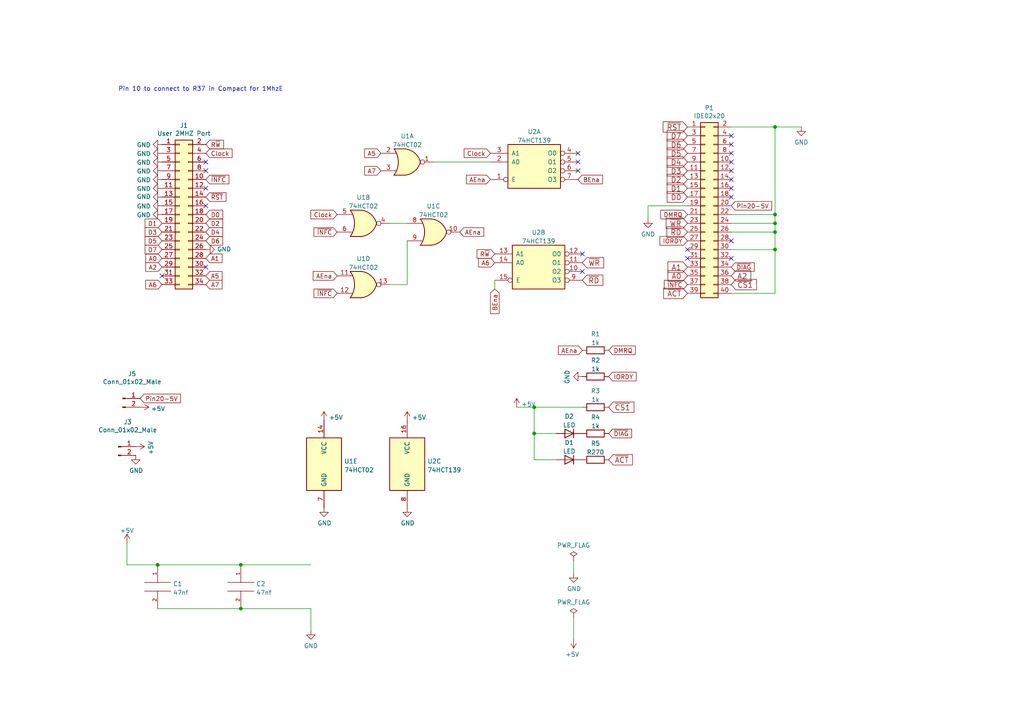
<source format=kicad_sch>
(kicad_sch (version 20211123) (generator eeschema)

  (uuid 67f623e9-964a-4a94-a51d-604e43ec0326)

  (paper "A4")

  (lib_symbols
    (symbol "74xx:74LS02" (pin_names (offset 1.016)) (in_bom yes) (on_board yes)
      (property "Reference" "U" (id 0) (at 0 1.27 0)
        (effects (font (size 1.27 1.27)))
      )
      (property "Value" "74LS02" (id 1) (at 0 -1.27 0)
        (effects (font (size 1.27 1.27)))
      )
      (property "Footprint" "" (id 2) (at 0 0 0)
        (effects (font (size 1.27 1.27)) hide)
      )
      (property "Datasheet" "http://www.ti.com/lit/gpn/sn74ls02" (id 3) (at 0 0 0)
        (effects (font (size 1.27 1.27)) hide)
      )
      (property "ki_locked" "" (id 4) (at 0 0 0)
        (effects (font (size 1.27 1.27)))
      )
      (property "ki_keywords" "TTL Nor2" (id 5) (at 0 0 0)
        (effects (font (size 1.27 1.27)) hide)
      )
      (property "ki_description" "quad 2-input NOR gate" (id 6) (at 0 0 0)
        (effects (font (size 1.27 1.27)) hide)
      )
      (property "ki_fp_filters" "SO14* DIP*W7.62mm*" (id 7) (at 0 0 0)
        (effects (font (size 1.27 1.27)) hide)
      )
      (symbol "74LS02_1_1"
        (arc (start -3.81 -3.81) (mid -2.589 0) (end -3.81 3.81)
          (stroke (width 0.254) (type default) (color 0 0 0 0))
          (fill (type none))
        )
        (arc (start -0.6096 -3.81) (mid 2.1842 -2.5851) (end 3.81 0)
          (stroke (width 0.254) (type default) (color 0 0 0 0))
          (fill (type background))
        )
        (polyline
          (pts
            (xy -3.81 -3.81)
            (xy -0.635 -3.81)
          )
          (stroke (width 0.254) (type default) (color 0 0 0 0))
          (fill (type background))
        )
        (polyline
          (pts
            (xy -3.81 3.81)
            (xy -0.635 3.81)
          )
          (stroke (width 0.254) (type default) (color 0 0 0 0))
          (fill (type background))
        )
        (polyline
          (pts
            (xy -0.635 3.81)
            (xy -3.81 3.81)
            (xy -3.81 3.81)
            (xy -3.556 3.4036)
            (xy -3.0226 2.2606)
            (xy -2.6924 1.0414)
            (xy -2.6162 -0.254)
            (xy -2.7686 -1.4986)
            (xy -3.175 -2.7178)
            (xy -3.81 -3.81)
            (xy -3.81 -3.81)
            (xy -0.635 -3.81)
          )
          (stroke (width -25.4) (type default) (color 0 0 0 0))
          (fill (type background))
        )
        (arc (start 3.81 0) (mid 2.1915 2.5936) (end -0.6096 3.81)
          (stroke (width 0.254) (type default) (color 0 0 0 0))
          (fill (type background))
        )
        (pin output inverted (at 7.62 0 180) (length 3.81)
          (name "~" (effects (font (size 1.27 1.27))))
          (number "1" (effects (font (size 1.27 1.27))))
        )
        (pin input line (at -7.62 2.54 0) (length 4.318)
          (name "~" (effects (font (size 1.27 1.27))))
          (number "2" (effects (font (size 1.27 1.27))))
        )
        (pin input line (at -7.62 -2.54 0) (length 4.318)
          (name "~" (effects (font (size 1.27 1.27))))
          (number "3" (effects (font (size 1.27 1.27))))
        )
      )
      (symbol "74LS02_1_2"
        (arc (start 0 -3.81) (mid 3.81 0) (end 0 3.81)
          (stroke (width 0.254) (type default) (color 0 0 0 0))
          (fill (type background))
        )
        (polyline
          (pts
            (xy 0 3.81)
            (xy -3.81 3.81)
            (xy -3.81 -3.81)
            (xy 0 -3.81)
          )
          (stroke (width 0.254) (type default) (color 0 0 0 0))
          (fill (type background))
        )
        (pin output line (at 7.62 0 180) (length 3.81)
          (name "~" (effects (font (size 1.27 1.27))))
          (number "1" (effects (font (size 1.27 1.27))))
        )
        (pin input inverted (at -7.62 2.54 0) (length 3.81)
          (name "~" (effects (font (size 1.27 1.27))))
          (number "2" (effects (font (size 1.27 1.27))))
        )
        (pin input inverted (at -7.62 -2.54 0) (length 3.81)
          (name "~" (effects (font (size 1.27 1.27))))
          (number "3" (effects (font (size 1.27 1.27))))
        )
      )
      (symbol "74LS02_2_1"
        (arc (start -3.81 -3.81) (mid -2.589 0) (end -3.81 3.81)
          (stroke (width 0.254) (type default) (color 0 0 0 0))
          (fill (type none))
        )
        (arc (start -0.6096 -3.81) (mid 2.1842 -2.5851) (end 3.81 0)
          (stroke (width 0.254) (type default) (color 0 0 0 0))
          (fill (type background))
        )
        (polyline
          (pts
            (xy -3.81 -3.81)
            (xy -0.635 -3.81)
          )
          (stroke (width 0.254) (type default) (color 0 0 0 0))
          (fill (type background))
        )
        (polyline
          (pts
            (xy -3.81 3.81)
            (xy -0.635 3.81)
          )
          (stroke (width 0.254) (type default) (color 0 0 0 0))
          (fill (type background))
        )
        (polyline
          (pts
            (xy -0.635 3.81)
            (xy -3.81 3.81)
            (xy -3.81 3.81)
            (xy -3.556 3.4036)
            (xy -3.0226 2.2606)
            (xy -2.6924 1.0414)
            (xy -2.6162 -0.254)
            (xy -2.7686 -1.4986)
            (xy -3.175 -2.7178)
            (xy -3.81 -3.81)
            (xy -3.81 -3.81)
            (xy -0.635 -3.81)
          )
          (stroke (width -25.4) (type default) (color 0 0 0 0))
          (fill (type background))
        )
        (arc (start 3.81 0) (mid 2.1915 2.5936) (end -0.6096 3.81)
          (stroke (width 0.254) (type default) (color 0 0 0 0))
          (fill (type background))
        )
        (pin output inverted (at 7.62 0 180) (length 3.81)
          (name "~" (effects (font (size 1.27 1.27))))
          (number "4" (effects (font (size 1.27 1.27))))
        )
        (pin input line (at -7.62 2.54 0) (length 4.318)
          (name "~" (effects (font (size 1.27 1.27))))
          (number "5" (effects (font (size 1.27 1.27))))
        )
        (pin input line (at -7.62 -2.54 0) (length 4.318)
          (name "~" (effects (font (size 1.27 1.27))))
          (number "6" (effects (font (size 1.27 1.27))))
        )
      )
      (symbol "74LS02_2_2"
        (arc (start 0 -3.81) (mid 3.81 0) (end 0 3.81)
          (stroke (width 0.254) (type default) (color 0 0 0 0))
          (fill (type background))
        )
        (polyline
          (pts
            (xy 0 3.81)
            (xy -3.81 3.81)
            (xy -3.81 -3.81)
            (xy 0 -3.81)
          )
          (stroke (width 0.254) (type default) (color 0 0 0 0))
          (fill (type background))
        )
        (pin output line (at 7.62 0 180) (length 3.81)
          (name "~" (effects (font (size 1.27 1.27))))
          (number "4" (effects (font (size 1.27 1.27))))
        )
        (pin input inverted (at -7.62 2.54 0) (length 3.81)
          (name "~" (effects (font (size 1.27 1.27))))
          (number "5" (effects (font (size 1.27 1.27))))
        )
        (pin input inverted (at -7.62 -2.54 0) (length 3.81)
          (name "~" (effects (font (size 1.27 1.27))))
          (number "6" (effects (font (size 1.27 1.27))))
        )
      )
      (symbol "74LS02_3_1"
        (arc (start -3.81 -3.81) (mid -2.589 0) (end -3.81 3.81)
          (stroke (width 0.254) (type default) (color 0 0 0 0))
          (fill (type none))
        )
        (arc (start -0.6096 -3.81) (mid 2.1842 -2.5851) (end 3.81 0)
          (stroke (width 0.254) (type default) (color 0 0 0 0))
          (fill (type background))
        )
        (polyline
          (pts
            (xy -3.81 -3.81)
            (xy -0.635 -3.81)
          )
          (stroke (width 0.254) (type default) (color 0 0 0 0))
          (fill (type background))
        )
        (polyline
          (pts
            (xy -3.81 3.81)
            (xy -0.635 3.81)
          )
          (stroke (width 0.254) (type default) (color 0 0 0 0))
          (fill (type background))
        )
        (polyline
          (pts
            (xy -0.635 3.81)
            (xy -3.81 3.81)
            (xy -3.81 3.81)
            (xy -3.556 3.4036)
            (xy -3.0226 2.2606)
            (xy -2.6924 1.0414)
            (xy -2.6162 -0.254)
            (xy -2.7686 -1.4986)
            (xy -3.175 -2.7178)
            (xy -3.81 -3.81)
            (xy -3.81 -3.81)
            (xy -0.635 -3.81)
          )
          (stroke (width -25.4) (type default) (color 0 0 0 0))
          (fill (type background))
        )
        (arc (start 3.81 0) (mid 2.1915 2.5936) (end -0.6096 3.81)
          (stroke (width 0.254) (type default) (color 0 0 0 0))
          (fill (type background))
        )
        (pin output inverted (at 7.62 0 180) (length 3.81)
          (name "~" (effects (font (size 1.27 1.27))))
          (number "10" (effects (font (size 1.27 1.27))))
        )
        (pin input line (at -7.62 2.54 0) (length 4.318)
          (name "~" (effects (font (size 1.27 1.27))))
          (number "8" (effects (font (size 1.27 1.27))))
        )
        (pin input line (at -7.62 -2.54 0) (length 4.318)
          (name "~" (effects (font (size 1.27 1.27))))
          (number "9" (effects (font (size 1.27 1.27))))
        )
      )
      (symbol "74LS02_3_2"
        (arc (start 0 -3.81) (mid 3.81 0) (end 0 3.81)
          (stroke (width 0.254) (type default) (color 0 0 0 0))
          (fill (type background))
        )
        (polyline
          (pts
            (xy 0 3.81)
            (xy -3.81 3.81)
            (xy -3.81 -3.81)
            (xy 0 -3.81)
          )
          (stroke (width 0.254) (type default) (color 0 0 0 0))
          (fill (type background))
        )
        (pin output line (at 7.62 0 180) (length 3.81)
          (name "~" (effects (font (size 1.27 1.27))))
          (number "10" (effects (font (size 1.27 1.27))))
        )
        (pin input inverted (at -7.62 2.54 0) (length 3.81)
          (name "~" (effects (font (size 1.27 1.27))))
          (number "8" (effects (font (size 1.27 1.27))))
        )
        (pin input inverted (at -7.62 -2.54 0) (length 3.81)
          (name "~" (effects (font (size 1.27 1.27))))
          (number "9" (effects (font (size 1.27 1.27))))
        )
      )
      (symbol "74LS02_4_1"
        (arc (start -3.81 -3.81) (mid -2.589 0) (end -3.81 3.81)
          (stroke (width 0.254) (type default) (color 0 0 0 0))
          (fill (type none))
        )
        (arc (start -0.6096 -3.81) (mid 2.1842 -2.5851) (end 3.81 0)
          (stroke (width 0.254) (type default) (color 0 0 0 0))
          (fill (type background))
        )
        (polyline
          (pts
            (xy -3.81 -3.81)
            (xy -0.635 -3.81)
          )
          (stroke (width 0.254) (type default) (color 0 0 0 0))
          (fill (type background))
        )
        (polyline
          (pts
            (xy -3.81 3.81)
            (xy -0.635 3.81)
          )
          (stroke (width 0.254) (type default) (color 0 0 0 0))
          (fill (type background))
        )
        (polyline
          (pts
            (xy -0.635 3.81)
            (xy -3.81 3.81)
            (xy -3.81 3.81)
            (xy -3.556 3.4036)
            (xy -3.0226 2.2606)
            (xy -2.6924 1.0414)
            (xy -2.6162 -0.254)
            (xy -2.7686 -1.4986)
            (xy -3.175 -2.7178)
            (xy -3.81 -3.81)
            (xy -3.81 -3.81)
            (xy -0.635 -3.81)
          )
          (stroke (width -25.4) (type default) (color 0 0 0 0))
          (fill (type background))
        )
        (arc (start 3.81 0) (mid 2.1915 2.5936) (end -0.6096 3.81)
          (stroke (width 0.254) (type default) (color 0 0 0 0))
          (fill (type background))
        )
        (pin input line (at -7.62 2.54 0) (length 4.318)
          (name "~" (effects (font (size 1.27 1.27))))
          (number "11" (effects (font (size 1.27 1.27))))
        )
        (pin input line (at -7.62 -2.54 0) (length 4.318)
          (name "~" (effects (font (size 1.27 1.27))))
          (number "12" (effects (font (size 1.27 1.27))))
        )
        (pin output inverted (at 7.62 0 180) (length 3.81)
          (name "~" (effects (font (size 1.27 1.27))))
          (number "13" (effects (font (size 1.27 1.27))))
        )
      )
      (symbol "74LS02_4_2"
        (arc (start 0 -3.81) (mid 3.81 0) (end 0 3.81)
          (stroke (width 0.254) (type default) (color 0 0 0 0))
          (fill (type background))
        )
        (polyline
          (pts
            (xy 0 3.81)
            (xy -3.81 3.81)
            (xy -3.81 -3.81)
            (xy 0 -3.81)
          )
          (stroke (width 0.254) (type default) (color 0 0 0 0))
          (fill (type background))
        )
        (pin input inverted (at -7.62 2.54 0) (length 3.81)
          (name "~" (effects (font (size 1.27 1.27))))
          (number "11" (effects (font (size 1.27 1.27))))
        )
        (pin input inverted (at -7.62 -2.54 0) (length 3.81)
          (name "~" (effects (font (size 1.27 1.27))))
          (number "12" (effects (font (size 1.27 1.27))))
        )
        (pin output line (at 7.62 0 180) (length 3.81)
          (name "~" (effects (font (size 1.27 1.27))))
          (number "13" (effects (font (size 1.27 1.27))))
        )
      )
      (symbol "74LS02_5_0"
        (pin power_in line (at 0 12.7 270) (length 5.08)
          (name "VCC" (effects (font (size 1.27 1.27))))
          (number "14" (effects (font (size 1.27 1.27))))
        )
        (pin power_in line (at 0 -12.7 90) (length 5.08)
          (name "GND" (effects (font (size 1.27 1.27))))
          (number "7" (effects (font (size 1.27 1.27))))
        )
      )
      (symbol "74LS02_5_1"
        (rectangle (start -5.08 7.62) (end 5.08 -7.62)
          (stroke (width 0.254) (type default) (color 0 0 0 0))
          (fill (type background))
        )
      )
    )
    (symbol "74xx:74LS139" (pin_names (offset 1.016)) (in_bom yes) (on_board yes)
      (property "Reference" "U" (id 0) (at -7.62 8.89 0)
        (effects (font (size 1.27 1.27)))
      )
      (property "Value" "74LS139" (id 1) (at -7.62 -8.89 0)
        (effects (font (size 1.27 1.27)))
      )
      (property "Footprint" "" (id 2) (at 0 0 0)
        (effects (font (size 1.27 1.27)) hide)
      )
      (property "Datasheet" "http://www.ti.com/lit/ds/symlink/sn74ls139a.pdf" (id 3) (at 0 0 0)
        (effects (font (size 1.27 1.27)) hide)
      )
      (property "ki_locked" "" (id 4) (at 0 0 0)
        (effects (font (size 1.27 1.27)))
      )
      (property "ki_keywords" "TTL DECOD4" (id 5) (at 0 0 0)
        (effects (font (size 1.27 1.27)) hide)
      )
      (property "ki_description" "Dual Decoder 1 of 4, Active low outputs" (id 6) (at 0 0 0)
        (effects (font (size 1.27 1.27)) hide)
      )
      (property "ki_fp_filters" "DIP?16*" (id 7) (at 0 0 0)
        (effects (font (size 1.27 1.27)) hide)
      )
      (symbol "74LS139_1_0"
        (pin input inverted (at -12.7 -5.08 0) (length 5.08)
          (name "E" (effects (font (size 1.27 1.27))))
          (number "1" (effects (font (size 1.27 1.27))))
        )
        (pin input line (at -12.7 0 0) (length 5.08)
          (name "A0" (effects (font (size 1.27 1.27))))
          (number "2" (effects (font (size 1.27 1.27))))
        )
        (pin input line (at -12.7 2.54 0) (length 5.08)
          (name "A1" (effects (font (size 1.27 1.27))))
          (number "3" (effects (font (size 1.27 1.27))))
        )
        (pin output inverted (at 12.7 2.54 180) (length 5.08)
          (name "O0" (effects (font (size 1.27 1.27))))
          (number "4" (effects (font (size 1.27 1.27))))
        )
        (pin output inverted (at 12.7 0 180) (length 5.08)
          (name "O1" (effects (font (size 1.27 1.27))))
          (number "5" (effects (font (size 1.27 1.27))))
        )
        (pin output inverted (at 12.7 -2.54 180) (length 5.08)
          (name "O2" (effects (font (size 1.27 1.27))))
          (number "6" (effects (font (size 1.27 1.27))))
        )
        (pin output inverted (at 12.7 -5.08 180) (length 5.08)
          (name "O3" (effects (font (size 1.27 1.27))))
          (number "7" (effects (font (size 1.27 1.27))))
        )
      )
      (symbol "74LS139_1_1"
        (rectangle (start -7.62 5.08) (end 7.62 -7.62)
          (stroke (width 0.254) (type default) (color 0 0 0 0))
          (fill (type background))
        )
      )
      (symbol "74LS139_2_0"
        (pin output inverted (at 12.7 -2.54 180) (length 5.08)
          (name "O2" (effects (font (size 1.27 1.27))))
          (number "10" (effects (font (size 1.27 1.27))))
        )
        (pin output inverted (at 12.7 0 180) (length 5.08)
          (name "O1" (effects (font (size 1.27 1.27))))
          (number "11" (effects (font (size 1.27 1.27))))
        )
        (pin output inverted (at 12.7 2.54 180) (length 5.08)
          (name "O0" (effects (font (size 1.27 1.27))))
          (number "12" (effects (font (size 1.27 1.27))))
        )
        (pin input line (at -12.7 2.54 0) (length 5.08)
          (name "A1" (effects (font (size 1.27 1.27))))
          (number "13" (effects (font (size 1.27 1.27))))
        )
        (pin input line (at -12.7 0 0) (length 5.08)
          (name "A0" (effects (font (size 1.27 1.27))))
          (number "14" (effects (font (size 1.27 1.27))))
        )
        (pin input inverted (at -12.7 -5.08 0) (length 5.08)
          (name "E" (effects (font (size 1.27 1.27))))
          (number "15" (effects (font (size 1.27 1.27))))
        )
        (pin output inverted (at 12.7 -5.08 180) (length 5.08)
          (name "O3" (effects (font (size 1.27 1.27))))
          (number "9" (effects (font (size 1.27 1.27))))
        )
      )
      (symbol "74LS139_2_1"
        (rectangle (start -7.62 5.08) (end 7.62 -7.62)
          (stroke (width 0.254) (type default) (color 0 0 0 0))
          (fill (type background))
        )
      )
      (symbol "74LS139_3_0"
        (pin power_in line (at 0 12.7 270) (length 5.08)
          (name "VCC" (effects (font (size 1.27 1.27))))
          (number "16" (effects (font (size 1.27 1.27))))
        )
        (pin power_in line (at 0 -12.7 90) (length 5.08)
          (name "GND" (effects (font (size 1.27 1.27))))
          (number "8" (effects (font (size 1.27 1.27))))
        )
      )
      (symbol "74LS139_3_1"
        (rectangle (start -5.08 7.62) (end 5.08 -7.62)
          (stroke (width 0.254) (type default) (color 0 0 0 0))
          (fill (type background))
        )
      )
    )
    (symbol "Connector:Conn_01x02_Male" (pin_names (offset 1.016) hide) (in_bom yes) (on_board yes)
      (property "Reference" "J" (id 0) (at 0 2.54 0)
        (effects (font (size 1.27 1.27)))
      )
      (property "Value" "Conn_01x02_Male" (id 1) (at 0 -5.08 0)
        (effects (font (size 1.27 1.27)))
      )
      (property "Footprint" "" (id 2) (at 0 0 0)
        (effects (font (size 1.27 1.27)) hide)
      )
      (property "Datasheet" "~" (id 3) (at 0 0 0)
        (effects (font (size 1.27 1.27)) hide)
      )
      (property "ki_keywords" "connector" (id 4) (at 0 0 0)
        (effects (font (size 1.27 1.27)) hide)
      )
      (property "ki_description" "Generic connector, single row, 01x02, script generated (kicad-library-utils/schlib/autogen/connector/)" (id 5) (at 0 0 0)
        (effects (font (size 1.27 1.27)) hide)
      )
      (property "ki_fp_filters" "Connector*:*_1x??_*" (id 6) (at 0 0 0)
        (effects (font (size 1.27 1.27)) hide)
      )
      (symbol "Conn_01x02_Male_1_1"
        (polyline
          (pts
            (xy 1.27 -2.54)
            (xy 0.8636 -2.54)
          )
          (stroke (width 0.1524) (type default) (color 0 0 0 0))
          (fill (type none))
        )
        (polyline
          (pts
            (xy 1.27 0)
            (xy 0.8636 0)
          )
          (stroke (width 0.1524) (type default) (color 0 0 0 0))
          (fill (type none))
        )
        (rectangle (start 0.8636 -2.413) (end 0 -2.667)
          (stroke (width 0.1524) (type default) (color 0 0 0 0))
          (fill (type outline))
        )
        (rectangle (start 0.8636 0.127) (end 0 -0.127)
          (stroke (width 0.1524) (type default) (color 0 0 0 0))
          (fill (type outline))
        )
        (pin passive line (at 5.08 0 180) (length 3.81)
          (name "Pin_1" (effects (font (size 1.27 1.27))))
          (number "1" (effects (font (size 1.27 1.27))))
        )
        (pin passive line (at 5.08 -2.54 180) (length 3.81)
          (name "Pin_2" (effects (font (size 1.27 1.27))))
          (number "2" (effects (font (size 1.27 1.27))))
        )
      )
    )
    (symbol "Connector_Generic:Conn_02x17_Odd_Even" (pin_names (offset 1.016) hide) (in_bom yes) (on_board yes)
      (property "Reference" "J" (id 0) (at 1.27 22.86 0)
        (effects (font (size 1.27 1.27)))
      )
      (property "Value" "Conn_02x17_Odd_Even" (id 1) (at 1.27 -22.86 0)
        (effects (font (size 1.27 1.27)))
      )
      (property "Footprint" "" (id 2) (at 0 0 0)
        (effects (font (size 1.27 1.27)) hide)
      )
      (property "Datasheet" "~" (id 3) (at 0 0 0)
        (effects (font (size 1.27 1.27)) hide)
      )
      (property "ki_keywords" "connector" (id 4) (at 0 0 0)
        (effects (font (size 1.27 1.27)) hide)
      )
      (property "ki_description" "Generic connector, double row, 02x17, odd/even pin numbering scheme (row 1 odd numbers, row 2 even numbers), script generated (kicad-library-utils/schlib/autogen/connector/)" (id 5) (at 0 0 0)
        (effects (font (size 1.27 1.27)) hide)
      )
      (property "ki_fp_filters" "Connector*:*_2x??_*" (id 6) (at 0 0 0)
        (effects (font (size 1.27 1.27)) hide)
      )
      (symbol "Conn_02x17_Odd_Even_1_1"
        (rectangle (start -1.27 -20.193) (end 0 -20.447)
          (stroke (width 0.1524) (type default) (color 0 0 0 0))
          (fill (type none))
        )
        (rectangle (start -1.27 -17.653) (end 0 -17.907)
          (stroke (width 0.1524) (type default) (color 0 0 0 0))
          (fill (type none))
        )
        (rectangle (start -1.27 -15.113) (end 0 -15.367)
          (stroke (width 0.1524) (type default) (color 0 0 0 0))
          (fill (type none))
        )
        (rectangle (start -1.27 -12.573) (end 0 -12.827)
          (stroke (width 0.1524) (type default) (color 0 0 0 0))
          (fill (type none))
        )
        (rectangle (start -1.27 -10.033) (end 0 -10.287)
          (stroke (width 0.1524) (type default) (color 0 0 0 0))
          (fill (type none))
        )
        (rectangle (start -1.27 -7.493) (end 0 -7.747)
          (stroke (width 0.1524) (type default) (color 0 0 0 0))
          (fill (type none))
        )
        (rectangle (start -1.27 -4.953) (end 0 -5.207)
          (stroke (width 0.1524) (type default) (color 0 0 0 0))
          (fill (type none))
        )
        (rectangle (start -1.27 -2.413) (end 0 -2.667)
          (stroke (width 0.1524) (type default) (color 0 0 0 0))
          (fill (type none))
        )
        (rectangle (start -1.27 0.127) (end 0 -0.127)
          (stroke (width 0.1524) (type default) (color 0 0 0 0))
          (fill (type none))
        )
        (rectangle (start -1.27 2.667) (end 0 2.413)
          (stroke (width 0.1524) (type default) (color 0 0 0 0))
          (fill (type none))
        )
        (rectangle (start -1.27 5.207) (end 0 4.953)
          (stroke (width 0.1524) (type default) (color 0 0 0 0))
          (fill (type none))
        )
        (rectangle (start -1.27 7.747) (end 0 7.493)
          (stroke (width 0.1524) (type default) (color 0 0 0 0))
          (fill (type none))
        )
        (rectangle (start -1.27 10.287) (end 0 10.033)
          (stroke (width 0.1524) (type default) (color 0 0 0 0))
          (fill (type none))
        )
        (rectangle (start -1.27 12.827) (end 0 12.573)
          (stroke (width 0.1524) (type default) (color 0 0 0 0))
          (fill (type none))
        )
        (rectangle (start -1.27 15.367) (end 0 15.113)
          (stroke (width 0.1524) (type default) (color 0 0 0 0))
          (fill (type none))
        )
        (rectangle (start -1.27 17.907) (end 0 17.653)
          (stroke (width 0.1524) (type default) (color 0 0 0 0))
          (fill (type none))
        )
        (rectangle (start -1.27 20.447) (end 0 20.193)
          (stroke (width 0.1524) (type default) (color 0 0 0 0))
          (fill (type none))
        )
        (rectangle (start -1.27 21.59) (end 3.81 -21.59)
          (stroke (width 0.254) (type default) (color 0 0 0 0))
          (fill (type background))
        )
        (rectangle (start 3.81 -20.193) (end 2.54 -20.447)
          (stroke (width 0.1524) (type default) (color 0 0 0 0))
          (fill (type none))
        )
        (rectangle (start 3.81 -17.653) (end 2.54 -17.907)
          (stroke (width 0.1524) (type default) (color 0 0 0 0))
          (fill (type none))
        )
        (rectangle (start 3.81 -15.113) (end 2.54 -15.367)
          (stroke (width 0.1524) (type default) (color 0 0 0 0))
          (fill (type none))
        )
        (rectangle (start 3.81 -12.573) (end 2.54 -12.827)
          (stroke (width 0.1524) (type default) (color 0 0 0 0))
          (fill (type none))
        )
        (rectangle (start 3.81 -10.033) (end 2.54 -10.287)
          (stroke (width 0.1524) (type default) (color 0 0 0 0))
          (fill (type none))
        )
        (rectangle (start 3.81 -7.493) (end 2.54 -7.747)
          (stroke (width 0.1524) (type default) (color 0 0 0 0))
          (fill (type none))
        )
        (rectangle (start 3.81 -4.953) (end 2.54 -5.207)
          (stroke (width 0.1524) (type default) (color 0 0 0 0))
          (fill (type none))
        )
        (rectangle (start 3.81 -2.413) (end 2.54 -2.667)
          (stroke (width 0.1524) (type default) (color 0 0 0 0))
          (fill (type none))
        )
        (rectangle (start 3.81 0.127) (end 2.54 -0.127)
          (stroke (width 0.1524) (type default) (color 0 0 0 0))
          (fill (type none))
        )
        (rectangle (start 3.81 2.667) (end 2.54 2.413)
          (stroke (width 0.1524) (type default) (color 0 0 0 0))
          (fill (type none))
        )
        (rectangle (start 3.81 5.207) (end 2.54 4.953)
          (stroke (width 0.1524) (type default) (color 0 0 0 0))
          (fill (type none))
        )
        (rectangle (start 3.81 7.747) (end 2.54 7.493)
          (stroke (width 0.1524) (type default) (color 0 0 0 0))
          (fill (type none))
        )
        (rectangle (start 3.81 10.287) (end 2.54 10.033)
          (stroke (width 0.1524) (type default) (color 0 0 0 0))
          (fill (type none))
        )
        (rectangle (start 3.81 12.827) (end 2.54 12.573)
          (stroke (width 0.1524) (type default) (color 0 0 0 0))
          (fill (type none))
        )
        (rectangle (start 3.81 15.367) (end 2.54 15.113)
          (stroke (width 0.1524) (type default) (color 0 0 0 0))
          (fill (type none))
        )
        (rectangle (start 3.81 17.907) (end 2.54 17.653)
          (stroke (width 0.1524) (type default) (color 0 0 0 0))
          (fill (type none))
        )
        (rectangle (start 3.81 20.447) (end 2.54 20.193)
          (stroke (width 0.1524) (type default) (color 0 0 0 0))
          (fill (type none))
        )
        (pin passive line (at -5.08 20.32 0) (length 3.81)
          (name "Pin_1" (effects (font (size 1.27 1.27))))
          (number "1" (effects (font (size 1.27 1.27))))
        )
        (pin passive line (at 7.62 10.16 180) (length 3.81)
          (name "Pin_10" (effects (font (size 1.27 1.27))))
          (number "10" (effects (font (size 1.27 1.27))))
        )
        (pin passive line (at -5.08 7.62 0) (length 3.81)
          (name "Pin_11" (effects (font (size 1.27 1.27))))
          (number "11" (effects (font (size 1.27 1.27))))
        )
        (pin passive line (at 7.62 7.62 180) (length 3.81)
          (name "Pin_12" (effects (font (size 1.27 1.27))))
          (number "12" (effects (font (size 1.27 1.27))))
        )
        (pin passive line (at -5.08 5.08 0) (length 3.81)
          (name "Pin_13" (effects (font (size 1.27 1.27))))
          (number "13" (effects (font (size 1.27 1.27))))
        )
        (pin passive line (at 7.62 5.08 180) (length 3.81)
          (name "Pin_14" (effects (font (size 1.27 1.27))))
          (number "14" (effects (font (size 1.27 1.27))))
        )
        (pin passive line (at -5.08 2.54 0) (length 3.81)
          (name "Pin_15" (effects (font (size 1.27 1.27))))
          (number "15" (effects (font (size 1.27 1.27))))
        )
        (pin passive line (at 7.62 2.54 180) (length 3.81)
          (name "Pin_16" (effects (font (size 1.27 1.27))))
          (number "16" (effects (font (size 1.27 1.27))))
        )
        (pin passive line (at -5.08 0 0) (length 3.81)
          (name "Pin_17" (effects (font (size 1.27 1.27))))
          (number "17" (effects (font (size 1.27 1.27))))
        )
        (pin passive line (at 7.62 0 180) (length 3.81)
          (name "Pin_18" (effects (font (size 1.27 1.27))))
          (number "18" (effects (font (size 1.27 1.27))))
        )
        (pin passive line (at -5.08 -2.54 0) (length 3.81)
          (name "Pin_19" (effects (font (size 1.27 1.27))))
          (number "19" (effects (font (size 1.27 1.27))))
        )
        (pin passive line (at 7.62 20.32 180) (length 3.81)
          (name "Pin_2" (effects (font (size 1.27 1.27))))
          (number "2" (effects (font (size 1.27 1.27))))
        )
        (pin passive line (at 7.62 -2.54 180) (length 3.81)
          (name "Pin_20" (effects (font (size 1.27 1.27))))
          (number "20" (effects (font (size 1.27 1.27))))
        )
        (pin passive line (at -5.08 -5.08 0) (length 3.81)
          (name "Pin_21" (effects (font (size 1.27 1.27))))
          (number "21" (effects (font (size 1.27 1.27))))
        )
        (pin passive line (at 7.62 -5.08 180) (length 3.81)
          (name "Pin_22" (effects (font (size 1.27 1.27))))
          (number "22" (effects (font (size 1.27 1.27))))
        )
        (pin passive line (at -5.08 -7.62 0) (length 3.81)
          (name "Pin_23" (effects (font (size 1.27 1.27))))
          (number "23" (effects (font (size 1.27 1.27))))
        )
        (pin passive line (at 7.62 -7.62 180) (length 3.81)
          (name "Pin_24" (effects (font (size 1.27 1.27))))
          (number "24" (effects (font (size 1.27 1.27))))
        )
        (pin passive line (at -5.08 -10.16 0) (length 3.81)
          (name "Pin_25" (effects (font (size 1.27 1.27))))
          (number "25" (effects (font (size 1.27 1.27))))
        )
        (pin passive line (at 7.62 -10.16 180) (length 3.81)
          (name "Pin_26" (effects (font (size 1.27 1.27))))
          (number "26" (effects (font (size 1.27 1.27))))
        )
        (pin passive line (at -5.08 -12.7 0) (length 3.81)
          (name "Pin_27" (effects (font (size 1.27 1.27))))
          (number "27" (effects (font (size 1.27 1.27))))
        )
        (pin passive line (at 7.62 -12.7 180) (length 3.81)
          (name "Pin_28" (effects (font (size 1.27 1.27))))
          (number "28" (effects (font (size 1.27 1.27))))
        )
        (pin passive line (at -5.08 -15.24 0) (length 3.81)
          (name "Pin_29" (effects (font (size 1.27 1.27))))
          (number "29" (effects (font (size 1.27 1.27))))
        )
        (pin passive line (at -5.08 17.78 0) (length 3.81)
          (name "Pin_3" (effects (font (size 1.27 1.27))))
          (number "3" (effects (font (size 1.27 1.27))))
        )
        (pin passive line (at 7.62 -15.24 180) (length 3.81)
          (name "Pin_30" (effects (font (size 1.27 1.27))))
          (number "30" (effects (font (size 1.27 1.27))))
        )
        (pin passive line (at -5.08 -17.78 0) (length 3.81)
          (name "Pin_31" (effects (font (size 1.27 1.27))))
          (number "31" (effects (font (size 1.27 1.27))))
        )
        (pin passive line (at 7.62 -17.78 180) (length 3.81)
          (name "Pin_32" (effects (font (size 1.27 1.27))))
          (number "32" (effects (font (size 1.27 1.27))))
        )
        (pin passive line (at -5.08 -20.32 0) (length 3.81)
          (name "Pin_33" (effects (font (size 1.27 1.27))))
          (number "33" (effects (font (size 1.27 1.27))))
        )
        (pin passive line (at 7.62 -20.32 180) (length 3.81)
          (name "Pin_34" (effects (font (size 1.27 1.27))))
          (number "34" (effects (font (size 1.27 1.27))))
        )
        (pin passive line (at 7.62 17.78 180) (length 3.81)
          (name "Pin_4" (effects (font (size 1.27 1.27))))
          (number "4" (effects (font (size 1.27 1.27))))
        )
        (pin passive line (at -5.08 15.24 0) (length 3.81)
          (name "Pin_5" (effects (font (size 1.27 1.27))))
          (number "5" (effects (font (size 1.27 1.27))))
        )
        (pin passive line (at 7.62 15.24 180) (length 3.81)
          (name "Pin_6" (effects (font (size 1.27 1.27))))
          (number "6" (effects (font (size 1.27 1.27))))
        )
        (pin passive line (at -5.08 12.7 0) (length 3.81)
          (name "Pin_7" (effects (font (size 1.27 1.27))))
          (number "7" (effects (font (size 1.27 1.27))))
        )
        (pin passive line (at 7.62 12.7 180) (length 3.81)
          (name "Pin_8" (effects (font (size 1.27 1.27))))
          (number "8" (effects (font (size 1.27 1.27))))
        )
        (pin passive line (at -5.08 10.16 0) (length 3.81)
          (name "Pin_9" (effects (font (size 1.27 1.27))))
          (number "9" (effects (font (size 1.27 1.27))))
        )
      )
    )
    (symbol "Connector_Generic:Conn_02x20_Odd_Even" (pin_names (offset 1.016) hide) (in_bom yes) (on_board yes)
      (property "Reference" "J" (id 0) (at 1.27 25.4 0)
        (effects (font (size 1.27 1.27)))
      )
      (property "Value" "Conn_02x20_Odd_Even" (id 1) (at 1.27 -27.94 0)
        (effects (font (size 1.27 1.27)))
      )
      (property "Footprint" "" (id 2) (at 0 0 0)
        (effects (font (size 1.27 1.27)) hide)
      )
      (property "Datasheet" "~" (id 3) (at 0 0 0)
        (effects (font (size 1.27 1.27)) hide)
      )
      (property "ki_keywords" "connector" (id 4) (at 0 0 0)
        (effects (font (size 1.27 1.27)) hide)
      )
      (property "ki_description" "Generic connector, double row, 02x20, odd/even pin numbering scheme (row 1 odd numbers, row 2 even numbers), script generated (kicad-library-utils/schlib/autogen/connector/)" (id 5) (at 0 0 0)
        (effects (font (size 1.27 1.27)) hide)
      )
      (property "ki_fp_filters" "Connector*:*_2x??_*" (id 6) (at 0 0 0)
        (effects (font (size 1.27 1.27)) hide)
      )
      (symbol "Conn_02x20_Odd_Even_1_1"
        (rectangle (start -1.27 -25.273) (end 0 -25.527)
          (stroke (width 0.1524) (type default) (color 0 0 0 0))
          (fill (type none))
        )
        (rectangle (start -1.27 -22.733) (end 0 -22.987)
          (stroke (width 0.1524) (type default) (color 0 0 0 0))
          (fill (type none))
        )
        (rectangle (start -1.27 -20.193) (end 0 -20.447)
          (stroke (width 0.1524) (type default) (color 0 0 0 0))
          (fill (type none))
        )
        (rectangle (start -1.27 -17.653) (end 0 -17.907)
          (stroke (width 0.1524) (type default) (color 0 0 0 0))
          (fill (type none))
        )
        (rectangle (start -1.27 -15.113) (end 0 -15.367)
          (stroke (width 0.1524) (type default) (color 0 0 0 0))
          (fill (type none))
        )
        (rectangle (start -1.27 -12.573) (end 0 -12.827)
          (stroke (width 0.1524) (type default) (color 0 0 0 0))
          (fill (type none))
        )
        (rectangle (start -1.27 -10.033) (end 0 -10.287)
          (stroke (width 0.1524) (type default) (color 0 0 0 0))
          (fill (type none))
        )
        (rectangle (start -1.27 -7.493) (end 0 -7.747)
          (stroke (width 0.1524) (type default) (color 0 0 0 0))
          (fill (type none))
        )
        (rectangle (start -1.27 -4.953) (end 0 -5.207)
          (stroke (width 0.1524) (type default) (color 0 0 0 0))
          (fill (type none))
        )
        (rectangle (start -1.27 -2.413) (end 0 -2.667)
          (stroke (width 0.1524) (type default) (color 0 0 0 0))
          (fill (type none))
        )
        (rectangle (start -1.27 0.127) (end 0 -0.127)
          (stroke (width 0.1524) (type default) (color 0 0 0 0))
          (fill (type none))
        )
        (rectangle (start -1.27 2.667) (end 0 2.413)
          (stroke (width 0.1524) (type default) (color 0 0 0 0))
          (fill (type none))
        )
        (rectangle (start -1.27 5.207) (end 0 4.953)
          (stroke (width 0.1524) (type default) (color 0 0 0 0))
          (fill (type none))
        )
        (rectangle (start -1.27 7.747) (end 0 7.493)
          (stroke (width 0.1524) (type default) (color 0 0 0 0))
          (fill (type none))
        )
        (rectangle (start -1.27 10.287) (end 0 10.033)
          (stroke (width 0.1524) (type default) (color 0 0 0 0))
          (fill (type none))
        )
        (rectangle (start -1.27 12.827) (end 0 12.573)
          (stroke (width 0.1524) (type default) (color 0 0 0 0))
          (fill (type none))
        )
        (rectangle (start -1.27 15.367) (end 0 15.113)
          (stroke (width 0.1524) (type default) (color 0 0 0 0))
          (fill (type none))
        )
        (rectangle (start -1.27 17.907) (end 0 17.653)
          (stroke (width 0.1524) (type default) (color 0 0 0 0))
          (fill (type none))
        )
        (rectangle (start -1.27 20.447) (end 0 20.193)
          (stroke (width 0.1524) (type default) (color 0 0 0 0))
          (fill (type none))
        )
        (rectangle (start -1.27 22.987) (end 0 22.733)
          (stroke (width 0.1524) (type default) (color 0 0 0 0))
          (fill (type none))
        )
        (rectangle (start -1.27 24.13) (end 3.81 -26.67)
          (stroke (width 0.254) (type default) (color 0 0 0 0))
          (fill (type background))
        )
        (rectangle (start 3.81 -25.273) (end 2.54 -25.527)
          (stroke (width 0.1524) (type default) (color 0 0 0 0))
          (fill (type none))
        )
        (rectangle (start 3.81 -22.733) (end 2.54 -22.987)
          (stroke (width 0.1524) (type default) (color 0 0 0 0))
          (fill (type none))
        )
        (rectangle (start 3.81 -20.193) (end 2.54 -20.447)
          (stroke (width 0.1524) (type default) (color 0 0 0 0))
          (fill (type none))
        )
        (rectangle (start 3.81 -17.653) (end 2.54 -17.907)
          (stroke (width 0.1524) (type default) (color 0 0 0 0))
          (fill (type none))
        )
        (rectangle (start 3.81 -15.113) (end 2.54 -15.367)
          (stroke (width 0.1524) (type default) (color 0 0 0 0))
          (fill (type none))
        )
        (rectangle (start 3.81 -12.573) (end 2.54 -12.827)
          (stroke (width 0.1524) (type default) (color 0 0 0 0))
          (fill (type none))
        )
        (rectangle (start 3.81 -10.033) (end 2.54 -10.287)
          (stroke (width 0.1524) (type default) (color 0 0 0 0))
          (fill (type none))
        )
        (rectangle (start 3.81 -7.493) (end 2.54 -7.747)
          (stroke (width 0.1524) (type default) (color 0 0 0 0))
          (fill (type none))
        )
        (rectangle (start 3.81 -4.953) (end 2.54 -5.207)
          (stroke (width 0.1524) (type default) (color 0 0 0 0))
          (fill (type none))
        )
        (rectangle (start 3.81 -2.413) (end 2.54 -2.667)
          (stroke (width 0.1524) (type default) (color 0 0 0 0))
          (fill (type none))
        )
        (rectangle (start 3.81 0.127) (end 2.54 -0.127)
          (stroke (width 0.1524) (type default) (color 0 0 0 0))
          (fill (type none))
        )
        (rectangle (start 3.81 2.667) (end 2.54 2.413)
          (stroke (width 0.1524) (type default) (color 0 0 0 0))
          (fill (type none))
        )
        (rectangle (start 3.81 5.207) (end 2.54 4.953)
          (stroke (width 0.1524) (type default) (color 0 0 0 0))
          (fill (type none))
        )
        (rectangle (start 3.81 7.747) (end 2.54 7.493)
          (stroke (width 0.1524) (type default) (color 0 0 0 0))
          (fill (type none))
        )
        (rectangle (start 3.81 10.287) (end 2.54 10.033)
          (stroke (width 0.1524) (type default) (color 0 0 0 0))
          (fill (type none))
        )
        (rectangle (start 3.81 12.827) (end 2.54 12.573)
          (stroke (width 0.1524) (type default) (color 0 0 0 0))
          (fill (type none))
        )
        (rectangle (start 3.81 15.367) (end 2.54 15.113)
          (stroke (width 0.1524) (type default) (color 0 0 0 0))
          (fill (type none))
        )
        (rectangle (start 3.81 17.907) (end 2.54 17.653)
          (stroke (width 0.1524) (type default) (color 0 0 0 0))
          (fill (type none))
        )
        (rectangle (start 3.81 20.447) (end 2.54 20.193)
          (stroke (width 0.1524) (type default) (color 0 0 0 0))
          (fill (type none))
        )
        (rectangle (start 3.81 22.987) (end 2.54 22.733)
          (stroke (width 0.1524) (type default) (color 0 0 0 0))
          (fill (type none))
        )
        (pin passive line (at -5.08 22.86 0) (length 3.81)
          (name "Pin_1" (effects (font (size 1.27 1.27))))
          (number "1" (effects (font (size 1.27 1.27))))
        )
        (pin passive line (at 7.62 12.7 180) (length 3.81)
          (name "Pin_10" (effects (font (size 1.27 1.27))))
          (number "10" (effects (font (size 1.27 1.27))))
        )
        (pin passive line (at -5.08 10.16 0) (length 3.81)
          (name "Pin_11" (effects (font (size 1.27 1.27))))
          (number "11" (effects (font (size 1.27 1.27))))
        )
        (pin passive line (at 7.62 10.16 180) (length 3.81)
          (name "Pin_12" (effects (font (size 1.27 1.27))))
          (number "12" (effects (font (size 1.27 1.27))))
        )
        (pin passive line (at -5.08 7.62 0) (length 3.81)
          (name "Pin_13" (effects (font (size 1.27 1.27))))
          (number "13" (effects (font (size 1.27 1.27))))
        )
        (pin passive line (at 7.62 7.62 180) (length 3.81)
          (name "Pin_14" (effects (font (size 1.27 1.27))))
          (number "14" (effects (font (size 1.27 1.27))))
        )
        (pin passive line (at -5.08 5.08 0) (length 3.81)
          (name "Pin_15" (effects (font (size 1.27 1.27))))
          (number "15" (effects (font (size 1.27 1.27))))
        )
        (pin passive line (at 7.62 5.08 180) (length 3.81)
          (name "Pin_16" (effects (font (size 1.27 1.27))))
          (number "16" (effects (font (size 1.27 1.27))))
        )
        (pin passive line (at -5.08 2.54 0) (length 3.81)
          (name "Pin_17" (effects (font (size 1.27 1.27))))
          (number "17" (effects (font (size 1.27 1.27))))
        )
        (pin passive line (at 7.62 2.54 180) (length 3.81)
          (name "Pin_18" (effects (font (size 1.27 1.27))))
          (number "18" (effects (font (size 1.27 1.27))))
        )
        (pin passive line (at -5.08 0 0) (length 3.81)
          (name "Pin_19" (effects (font (size 1.27 1.27))))
          (number "19" (effects (font (size 1.27 1.27))))
        )
        (pin passive line (at 7.62 22.86 180) (length 3.81)
          (name "Pin_2" (effects (font (size 1.27 1.27))))
          (number "2" (effects (font (size 1.27 1.27))))
        )
        (pin passive line (at 7.62 0 180) (length 3.81)
          (name "Pin_20" (effects (font (size 1.27 1.27))))
          (number "20" (effects (font (size 1.27 1.27))))
        )
        (pin passive line (at -5.08 -2.54 0) (length 3.81)
          (name "Pin_21" (effects (font (size 1.27 1.27))))
          (number "21" (effects (font (size 1.27 1.27))))
        )
        (pin passive line (at 7.62 -2.54 180) (length 3.81)
          (name "Pin_22" (effects (font (size 1.27 1.27))))
          (number "22" (effects (font (size 1.27 1.27))))
        )
        (pin passive line (at -5.08 -5.08 0) (length 3.81)
          (name "Pin_23" (effects (font (size 1.27 1.27))))
          (number "23" (effects (font (size 1.27 1.27))))
        )
        (pin passive line (at 7.62 -5.08 180) (length 3.81)
          (name "Pin_24" (effects (font (size 1.27 1.27))))
          (number "24" (effects (font (size 1.27 1.27))))
        )
        (pin passive line (at -5.08 -7.62 0) (length 3.81)
          (name "Pin_25" (effects (font (size 1.27 1.27))))
          (number "25" (effects (font (size 1.27 1.27))))
        )
        (pin passive line (at 7.62 -7.62 180) (length 3.81)
          (name "Pin_26" (effects (font (size 1.27 1.27))))
          (number "26" (effects (font (size 1.27 1.27))))
        )
        (pin passive line (at -5.08 -10.16 0) (length 3.81)
          (name "Pin_27" (effects (font (size 1.27 1.27))))
          (number "27" (effects (font (size 1.27 1.27))))
        )
        (pin passive line (at 7.62 -10.16 180) (length 3.81)
          (name "Pin_28" (effects (font (size 1.27 1.27))))
          (number "28" (effects (font (size 1.27 1.27))))
        )
        (pin passive line (at -5.08 -12.7 0) (length 3.81)
          (name "Pin_29" (effects (font (size 1.27 1.27))))
          (number "29" (effects (font (size 1.27 1.27))))
        )
        (pin passive line (at -5.08 20.32 0) (length 3.81)
          (name "Pin_3" (effects (font (size 1.27 1.27))))
          (number "3" (effects (font (size 1.27 1.27))))
        )
        (pin passive line (at 7.62 -12.7 180) (length 3.81)
          (name "Pin_30" (effects (font (size 1.27 1.27))))
          (number "30" (effects (font (size 1.27 1.27))))
        )
        (pin passive line (at -5.08 -15.24 0) (length 3.81)
          (name "Pin_31" (effects (font (size 1.27 1.27))))
          (number "31" (effects (font (size 1.27 1.27))))
        )
        (pin passive line (at 7.62 -15.24 180) (length 3.81)
          (name "Pin_32" (effects (font (size 1.27 1.27))))
          (number "32" (effects (font (size 1.27 1.27))))
        )
        (pin passive line (at -5.08 -17.78 0) (length 3.81)
          (name "Pin_33" (effects (font (size 1.27 1.27))))
          (number "33" (effects (font (size 1.27 1.27))))
        )
        (pin passive line (at 7.62 -17.78 180) (length 3.81)
          (name "Pin_34" (effects (font (size 1.27 1.27))))
          (number "34" (effects (font (size 1.27 1.27))))
        )
        (pin passive line (at -5.08 -20.32 0) (length 3.81)
          (name "Pin_35" (effects (font (size 1.27 1.27))))
          (number "35" (effects (font (size 1.27 1.27))))
        )
        (pin passive line (at 7.62 -20.32 180) (length 3.81)
          (name "Pin_36" (effects (font (size 1.27 1.27))))
          (number "36" (effects (font (size 1.27 1.27))))
        )
        (pin passive line (at -5.08 -22.86 0) (length 3.81)
          (name "Pin_37" (effects (font (size 1.27 1.27))))
          (number "37" (effects (font (size 1.27 1.27))))
        )
        (pin passive line (at 7.62 -22.86 180) (length 3.81)
          (name "Pin_38" (effects (font (size 1.27 1.27))))
          (number "38" (effects (font (size 1.27 1.27))))
        )
        (pin passive line (at -5.08 -25.4 0) (length 3.81)
          (name "Pin_39" (effects (font (size 1.27 1.27))))
          (number "39" (effects (font (size 1.27 1.27))))
        )
        (pin passive line (at 7.62 20.32 180) (length 3.81)
          (name "Pin_4" (effects (font (size 1.27 1.27))))
          (number "4" (effects (font (size 1.27 1.27))))
        )
        (pin passive line (at 7.62 -25.4 180) (length 3.81)
          (name "Pin_40" (effects (font (size 1.27 1.27))))
          (number "40" (effects (font (size 1.27 1.27))))
        )
        (pin passive line (at -5.08 17.78 0) (length 3.81)
          (name "Pin_5" (effects (font (size 1.27 1.27))))
          (number "5" (effects (font (size 1.27 1.27))))
        )
        (pin passive line (at 7.62 17.78 180) (length 3.81)
          (name "Pin_6" (effects (font (size 1.27 1.27))))
          (number "6" (effects (font (size 1.27 1.27))))
        )
        (pin passive line (at -5.08 15.24 0) (length 3.81)
          (name "Pin_7" (effects (font (size 1.27 1.27))))
          (number "7" (effects (font (size 1.27 1.27))))
        )
        (pin passive line (at 7.62 15.24 180) (length 3.81)
          (name "Pin_8" (effects (font (size 1.27 1.27))))
          (number "8" (effects (font (size 1.27 1.27))))
        )
        (pin passive line (at -5.08 12.7 0) (length 3.81)
          (name "Pin_9" (effects (font (size 1.27 1.27))))
          (number "9" (effects (font (size 1.27 1.27))))
        )
      )
    )
    (symbol "Device:D" (pin_numbers hide) (pin_names (offset 1.016) hide) (in_bom yes) (on_board yes)
      (property "Reference" "D" (id 0) (at 0 2.54 0)
        (effects (font (size 1.27 1.27)))
      )
      (property "Value" "D" (id 1) (at 0 -2.54 0)
        (effects (font (size 1.27 1.27)))
      )
      (property "Footprint" "" (id 2) (at 0 0 0)
        (effects (font (size 1.27 1.27)) hide)
      )
      (property "Datasheet" "~" (id 3) (at 0 0 0)
        (effects (font (size 1.27 1.27)) hide)
      )
      (property "ki_keywords" "diode" (id 4) (at 0 0 0)
        (effects (font (size 1.27 1.27)) hide)
      )
      (property "ki_description" "Diode" (id 5) (at 0 0 0)
        (effects (font (size 1.27 1.27)) hide)
      )
      (property "ki_fp_filters" "TO-???* *_Diode_* *SingleDiode* D_*" (id 6) (at 0 0 0)
        (effects (font (size 1.27 1.27)) hide)
      )
      (symbol "D_0_1"
        (polyline
          (pts
            (xy -1.27 1.27)
            (xy -1.27 -1.27)
          )
          (stroke (width 0.254) (type default) (color 0 0 0 0))
          (fill (type none))
        )
        (polyline
          (pts
            (xy 1.27 0)
            (xy -1.27 0)
          )
          (stroke (width 0) (type default) (color 0 0 0 0))
          (fill (type none))
        )
        (polyline
          (pts
            (xy 1.27 1.27)
            (xy 1.27 -1.27)
            (xy -1.27 0)
            (xy 1.27 1.27)
          )
          (stroke (width 0.254) (type default) (color 0 0 0 0))
          (fill (type none))
        )
      )
      (symbol "D_1_1"
        (pin passive line (at -3.81 0 0) (length 2.54)
          (name "K" (effects (font (size 1.27 1.27))))
          (number "1" (effects (font (size 1.27 1.27))))
        )
        (pin passive line (at 3.81 0 180) (length 2.54)
          (name "A" (effects (font (size 1.27 1.27))))
          (number "2" (effects (font (size 1.27 1.27))))
        )
      )
    )
    (symbol "Device:R" (pin_numbers hide) (pin_names (offset 0)) (in_bom yes) (on_board yes)
      (property "Reference" "R" (id 0) (at 2.032 0 90)
        (effects (font (size 1.27 1.27)))
      )
      (property "Value" "R" (id 1) (at 0 0 90)
        (effects (font (size 1.27 1.27)))
      )
      (property "Footprint" "" (id 2) (at -1.778 0 90)
        (effects (font (size 1.27 1.27)) hide)
      )
      (property "Datasheet" "~" (id 3) (at 0 0 0)
        (effects (font (size 1.27 1.27)) hide)
      )
      (property "ki_keywords" "R res resistor" (id 4) (at 0 0 0)
        (effects (font (size 1.27 1.27)) hide)
      )
      (property "ki_description" "Resistor" (id 5) (at 0 0 0)
        (effects (font (size 1.27 1.27)) hide)
      )
      (property "ki_fp_filters" "R_*" (id 6) (at 0 0 0)
        (effects (font (size 1.27 1.27)) hide)
      )
      (symbol "R_0_1"
        (rectangle (start -1.016 -2.54) (end 1.016 2.54)
          (stroke (width 0.254) (type default) (color 0 0 0 0))
          (fill (type none))
        )
      )
      (symbol "R_1_1"
        (pin passive line (at 0 3.81 270) (length 1.27)
          (name "~" (effects (font (size 1.27 1.27))))
          (number "1" (effects (font (size 1.27 1.27))))
        )
        (pin passive line (at 0 -3.81 90) (length 1.27)
          (name "~" (effects (font (size 1.27 1.27))))
          (number "2" (effects (font (size 1.27 1.27))))
        )
      )
    )
    (symbol "power:+5V" (power) (pin_names (offset 0)) (in_bom yes) (on_board yes)
      (property "Reference" "#PWR" (id 0) (at 0 -3.81 0)
        (effects (font (size 1.27 1.27)) hide)
      )
      (property "Value" "+5V" (id 1) (at 0 3.556 0)
        (effects (font (size 1.27 1.27)))
      )
      (property "Footprint" "" (id 2) (at 0 0 0)
        (effects (font (size 1.27 1.27)) hide)
      )
      (property "Datasheet" "" (id 3) (at 0 0 0)
        (effects (font (size 1.27 1.27)) hide)
      )
      (property "ki_keywords" "power-flag" (id 4) (at 0 0 0)
        (effects (font (size 1.27 1.27)) hide)
      )
      (property "ki_description" "Power symbol creates a global label with name \"+5V\"" (id 5) (at 0 0 0)
        (effects (font (size 1.27 1.27)) hide)
      )
      (symbol "+5V_0_1"
        (polyline
          (pts
            (xy -0.762 1.27)
            (xy 0 2.54)
          )
          (stroke (width 0) (type default) (color 0 0 0 0))
          (fill (type none))
        )
        (polyline
          (pts
            (xy 0 0)
            (xy 0 2.54)
          )
          (stroke (width 0) (type default) (color 0 0 0 0))
          (fill (type none))
        )
        (polyline
          (pts
            (xy 0 2.54)
            (xy 0.762 1.27)
          )
          (stroke (width 0) (type default) (color 0 0 0 0))
          (fill (type none))
        )
      )
      (symbol "+5V_1_1"
        (pin power_in line (at 0 0 90) (length 0) hide
          (name "+5V" (effects (font (size 1.27 1.27))))
          (number "1" (effects (font (size 1.27 1.27))))
        )
      )
    )
    (symbol "power:GND" (power) (pin_names (offset 0)) (in_bom yes) (on_board yes)
      (property "Reference" "#PWR" (id 0) (at 0 -6.35 0)
        (effects (font (size 1.27 1.27)) hide)
      )
      (property "Value" "GND" (id 1) (at 0 -3.81 0)
        (effects (font (size 1.27 1.27)))
      )
      (property "Footprint" "" (id 2) (at 0 0 0)
        (effects (font (size 1.27 1.27)) hide)
      )
      (property "Datasheet" "" (id 3) (at 0 0 0)
        (effects (font (size 1.27 1.27)) hide)
      )
      (property "ki_keywords" "power-flag" (id 4) (at 0 0 0)
        (effects (font (size 1.27 1.27)) hide)
      )
      (property "ki_description" "Power symbol creates a global label with name \"GND\" , ground" (id 5) (at 0 0 0)
        (effects (font (size 1.27 1.27)) hide)
      )
      (symbol "GND_0_1"
        (polyline
          (pts
            (xy 0 0)
            (xy 0 -1.27)
            (xy 1.27 -1.27)
            (xy 0 -2.54)
            (xy -1.27 -1.27)
            (xy 0 -1.27)
          )
          (stroke (width 0) (type default) (color 0 0 0 0))
          (fill (type none))
        )
      )
      (symbol "GND_1_1"
        (pin power_in line (at 0 0 270) (length 0) hide
          (name "GND" (effects (font (size 1.27 1.27))))
          (number "1" (effects (font (size 1.27 1.27))))
        )
      )
    )
    (symbol "power:PWR_FLAG" (power) (pin_numbers hide) (pin_names (offset 0) hide) (in_bom yes) (on_board yes)
      (property "Reference" "#FLG" (id 0) (at 0 1.905 0)
        (effects (font (size 1.27 1.27)) hide)
      )
      (property "Value" "PWR_FLAG" (id 1) (at 0 3.81 0)
        (effects (font (size 1.27 1.27)))
      )
      (property "Footprint" "" (id 2) (at 0 0 0)
        (effects (font (size 1.27 1.27)) hide)
      )
      (property "Datasheet" "~" (id 3) (at 0 0 0)
        (effects (font (size 1.27 1.27)) hide)
      )
      (property "ki_keywords" "power-flag" (id 4) (at 0 0 0)
        (effects (font (size 1.27 1.27)) hide)
      )
      (property "ki_description" "Special symbol for telling ERC where power comes from" (id 5) (at 0 0 0)
        (effects (font (size 1.27 1.27)) hide)
      )
      (symbol "PWR_FLAG_0_0"
        (pin power_out line (at 0 0 90) (length 0)
          (name "pwr" (effects (font (size 1.27 1.27))))
          (number "1" (effects (font (size 1.27 1.27))))
        )
      )
      (symbol "PWR_FLAG_0_1"
        (polyline
          (pts
            (xy 0 0)
            (xy 0 1.27)
            (xy -1.016 1.905)
            (xy 0 2.54)
            (xy 1.016 1.905)
            (xy 0 1.27)
          )
          (stroke (width 0) (type default) (color 0 0 0 0))
          (fill (type none))
        )
      )
    )
    (symbol "pspice:C" (pin_names (offset 0.254)) (in_bom yes) (on_board yes)
      (property "Reference" "C" (id 0) (at 2.54 3.81 90)
        (effects (font (size 1.27 1.27)))
      )
      (property "Value" "C" (id 1) (at 2.54 -3.81 90)
        (effects (font (size 1.27 1.27)))
      )
      (property "Footprint" "" (id 2) (at 0 0 0)
        (effects (font (size 1.27 1.27)) hide)
      )
      (property "Datasheet" "~" (id 3) (at 0 0 0)
        (effects (font (size 1.27 1.27)) hide)
      )
      (property "ki_keywords" "simulation" (id 4) (at 0 0 0)
        (effects (font (size 1.27 1.27)) hide)
      )
      (property "ki_description" "Capacitor symbol for simulation only" (id 5) (at 0 0 0)
        (effects (font (size 1.27 1.27)) hide)
      )
      (symbol "C_0_1"
        (polyline
          (pts
            (xy -3.81 -1.27)
            (xy 3.81 -1.27)
          )
          (stroke (width 0) (type default) (color 0 0 0 0))
          (fill (type none))
        )
        (polyline
          (pts
            (xy -3.81 1.27)
            (xy 3.81 1.27)
          )
          (stroke (width 0) (type default) (color 0 0 0 0))
          (fill (type none))
        )
      )
      (symbol "C_1_1"
        (pin passive line (at 0 6.35 270) (length 5.08)
          (name "~" (effects (font (size 1.016 1.016))))
          (number "1" (effects (font (size 1.016 1.016))))
        )
        (pin passive line (at 0 -6.35 90) (length 5.08)
          (name "~" (effects (font (size 1.016 1.016))))
          (number "2" (effects (font (size 1.016 1.016))))
        )
      )
    )
  )

  (junction (at 224.79 72.39) (diameter 0) (color 0 0 0 0)
    (uuid 282fe598-eefb-4352-8d21-32e4ae6b5f90)
  )
  (junction (at 224.79 36.83) (diameter 0) (color 0 0 0 0)
    (uuid 29936707-30f1-466e-aa81-bcc6dd7ecf11)
  )
  (junction (at 69.85 176.53) (diameter 0) (color 0 0 0 0)
    (uuid 58b65fcf-29f1-49b1-b040-29c8deb73ac7)
  )
  (junction (at 69.85 163.83) (diameter 0) (color 0 0 0 0)
    (uuid 59ccd472-0f79-401d-b250-933f17a76337)
  )
  (junction (at 45.72 163.83) (diameter 0) (color 0 0 0 0)
    (uuid 6e17a702-97bc-43c5-9a0f-502a0e565dec)
  )
  (junction (at 224.79 64.77) (diameter 0) (color 0 0 0 0)
    (uuid 75866188-b63d-4ded-a4bc-6c4937929847)
  )
  (junction (at 224.79 67.31) (diameter 0) (color 0 0 0 0)
    (uuid 8fe70a09-fc34-4716-989d-893229c17d82)
  )
  (junction (at 154.94 125.73) (diameter 0) (color 0 0 0 0)
    (uuid b2163497-3993-4485-95b2-3ee49618f526)
  )
  (junction (at 154.94 118.11) (diameter 0) (color 0 0 0 0)
    (uuid d21a04a6-7c28-487a-94e4-1085339714c0)
  )
  (junction (at 224.79 62.23) (diameter 0) (color 0 0 0 0)
    (uuid eba7ca41-7042-4f28-b30c-29b4d33d91e9)
  )

  (no_connect (at 199.39 72.39) (uuid 2dc65e18-9ed4-4557-ad86-f45ba101a22b))
  (no_connect (at 46.99 80.01) (uuid 57c4f28d-6465-4188-a72c-6a04c97c5a53))
  (no_connect (at 59.69 77.47) (uuid 57c4f28d-6465-4188-a72c-6a04c97c5a53))
  (no_connect (at 167.64 46.99) (uuid 78afcbcb-55a7-47cf-bffb-e60439b7db09))
  (no_connect (at 167.64 49.53) (uuid 78afcbcb-55a7-47cf-bffb-e60439b7db0a))
  (no_connect (at 167.64 44.45) (uuid 78afcbcb-55a7-47cf-bffb-e60439b7db0b))
  (no_connect (at 168.91 78.74) (uuid 78afcbcb-55a7-47cf-bffb-e60439b7db0c))
  (no_connect (at 168.91 73.66) (uuid 78afcbcb-55a7-47cf-bffb-e60439b7db0d))
  (no_connect (at 212.09 74.93) (uuid 7cc5a69d-2cec-41e3-ac72-0a7617af0085))
  (no_connect (at 212.09 69.85) (uuid 8ab2ef82-8830-4402-ac69-5e7881c94781))
  (no_connect (at 59.69 49.53) (uuid 93d2a639-4da0-4227-9cdb-425606b8d290))
  (no_connect (at 59.69 46.99) (uuid 93d2a639-4da0-4227-9cdb-425606b8d290))
  (no_connect (at 59.69 54.61) (uuid 93d2a639-4da0-4227-9cdb-425606b8d290))
  (no_connect (at 59.69 59.69) (uuid a50cbf07-751c-4fe1-bccf-99ae2d8b9136))
  (no_connect (at 199.39 74.93) (uuid f170b805-1bbf-46d3-adaa-63bdbfbed1e4))
  (no_connect (at 212.09 39.37) (uuid fc71bf46-7e41-4384-81d8-cb478db58a56))
  (no_connect (at 212.09 41.91) (uuid fc71bf46-7e41-4384-81d8-cb478db58a57))
  (no_connect (at 212.09 44.45) (uuid fc71bf46-7e41-4384-81d8-cb478db58a58))
  (no_connect (at 212.09 57.15) (uuid fc71bf46-7e41-4384-81d8-cb478db58a59))
  (no_connect (at 212.09 54.61) (uuid fc71bf46-7e41-4384-81d8-cb478db58a5a))
  (no_connect (at 212.09 46.99) (uuid fc71bf46-7e41-4384-81d8-cb478db58a5b))
  (no_connect (at 212.09 49.53) (uuid fc71bf46-7e41-4384-81d8-cb478db58a5c))
  (no_connect (at 212.09 52.07) (uuid fc71bf46-7e41-4384-81d8-cb478db58a5d))

  (wire (pts (xy 113.03 64.77) (xy 118.11 64.77))
    (stroke (width 0) (type default) (color 0 0 0 0))
    (uuid 06b4db53-08f1-48c0-ba67-fc80b29db007)
  )
  (wire (pts (xy 149.86 118.11) (xy 154.94 118.11))
    (stroke (width 0) (type default) (color 0 0 0 0))
    (uuid 0a5eeba8-a524-432e-b5ad-466d9a459d8f)
  )
  (wire (pts (xy 161.29 125.73) (xy 154.94 125.73))
    (stroke (width 0) (type default) (color 0 0 0 0))
    (uuid 0fde9b5a-780e-4cf6-b217-7e621d0c5c90)
  )
  (wire (pts (xy 45.72 163.83) (xy 69.85 163.83))
    (stroke (width 0) (type default) (color 0 0 0 0))
    (uuid 175f0ae7-15a3-449f-88d8-e918e2a7633c)
  )
  (wire (pts (xy 113.03 82.55) (xy 118.11 82.55))
    (stroke (width 0) (type default) (color 0 0 0 0))
    (uuid 20b5c6cb-6e7c-43a5-8ff8-d39cd2253cdd)
  )
  (wire (pts (xy 125.73 46.99) (xy 142.24 46.99))
    (stroke (width 0) (type default) (color 0 0 0 0))
    (uuid 2c7a31fe-495e-4abf-834d-5ff07e9b232f)
  )
  (wire (pts (xy 154.94 125.73) (xy 154.94 133.35))
    (stroke (width 0) (type default) (color 0 0 0 0))
    (uuid 2fa87499-52b8-40d6-a56c-6d7671f2181a)
  )
  (wire (pts (xy 69.85 176.53) (xy 90.17 176.53))
    (stroke (width 0) (type default) (color 0 0 0 0))
    (uuid 3a31e352-82df-4968-8fc6-8e4817f15468)
  )
  (wire (pts (xy 224.79 62.23) (xy 224.79 36.83))
    (stroke (width 0) (type default) (color 0 0 0 0))
    (uuid 42c3c4e9-8976-41ed-8325-6547db2c265c)
  )
  (wire (pts (xy 166.37 162.56) (xy 166.37 166.37))
    (stroke (width 0) (type default) (color 0 0 0 0))
    (uuid 47f6d861-6897-44da-92ef-c8e45ac323cc)
  )
  (wire (pts (xy 224.79 67.31) (xy 224.79 64.77))
    (stroke (width 0) (type default) (color 0 0 0 0))
    (uuid 4f05bdcd-927f-4f02-b575-1ec0a2bc71cb)
  )
  (wire (pts (xy 161.29 133.35) (xy 154.94 133.35))
    (stroke (width 0) (type default) (color 0 0 0 0))
    (uuid 64e81c55-bb36-46c4-97c2-253ac786252a)
  )
  (wire (pts (xy 36.83 157.48) (xy 36.83 163.83))
    (stroke (width 0) (type default) (color 0 0 0 0))
    (uuid 66cf616e-6992-40cb-bbfc-39d36f30dff5)
  )
  (wire (pts (xy 69.85 163.83) (xy 90.17 163.83))
    (stroke (width 0) (type default) (color 0 0 0 0))
    (uuid 7674869a-cb84-4185-9b40-4127bf20825d)
  )
  (wire (pts (xy 166.37 179.07) (xy 166.37 185.42))
    (stroke (width 0) (type default) (color 0 0 0 0))
    (uuid 7752c215-810b-4797-9598-c1a3aef795f4)
  )
  (wire (pts (xy 199.39 59.69) (xy 187.96 59.69))
    (stroke (width 0) (type default) (color 0 0 0 0))
    (uuid 7ce53f9e-b850-4833-ae6f-19db78039d6f)
  )
  (wire (pts (xy 212.09 36.83) (xy 224.79 36.83))
    (stroke (width 0) (type default) (color 0 0 0 0))
    (uuid 7f990886-ac13-4332-a102-745f45785de2)
  )
  (wire (pts (xy 154.94 125.73) (xy 154.94 118.11))
    (stroke (width 0) (type default) (color 0 0 0 0))
    (uuid 8075f916-9521-4272-a056-602225442bcb)
  )
  (wire (pts (xy 212.09 85.09) (xy 224.79 85.09))
    (stroke (width 0) (type default) (color 0 0 0 0))
    (uuid 88dc15e2-962b-4997-8a33-64017dc491a8)
  )
  (wire (pts (xy 224.79 72.39) (xy 224.79 67.31))
    (stroke (width 0) (type default) (color 0 0 0 0))
    (uuid 8958c73c-47e0-4347-8167-b154811f0758)
  )
  (wire (pts (xy 212.09 67.31) (xy 224.79 67.31))
    (stroke (width 0) (type default) (color 0 0 0 0))
    (uuid 8fdfd33e-2594-4975-8d64-852c9fd2cc35)
  )
  (wire (pts (xy 224.79 36.83) (xy 232.41 36.83))
    (stroke (width 0) (type default) (color 0 0 0 0))
    (uuid 92e3901d-f564-4a4b-919a-70746900436a)
  )
  (wire (pts (xy 45.72 176.53) (xy 69.85 176.53))
    (stroke (width 0) (type default) (color 0 0 0 0))
    (uuid b32481dd-562a-453a-9f57-8193eeb564bd)
  )
  (wire (pts (xy 212.09 72.39) (xy 224.79 72.39))
    (stroke (width 0) (type default) (color 0 0 0 0))
    (uuid b7dff611-48d1-40ae-b6c6-6d1fc5d5123b)
  )
  (wire (pts (xy 118.11 69.85) (xy 118.11 82.55))
    (stroke (width 0) (type default) (color 0 0 0 0))
    (uuid bf714ce7-f5ce-4bcb-adb8-dc2703178f0f)
  )
  (wire (pts (xy 224.79 85.09) (xy 224.79 72.39))
    (stroke (width 0) (type default) (color 0 0 0 0))
    (uuid c2dba361-17a4-4540-9b3e-c39221d70cdf)
  )
  (wire (pts (xy 224.79 64.77) (xy 224.79 62.23))
    (stroke (width 0) (type default) (color 0 0 0 0))
    (uuid c38f0326-8098-48ca-92d6-1174bcb16fd9)
  )
  (wire (pts (xy 36.83 163.83) (xy 45.72 163.83))
    (stroke (width 0) (type default) (color 0 0 0 0))
    (uuid c99febb1-3b39-4b0e-b3d0-cb3ad888e245)
  )
  (wire (pts (xy 187.96 59.69) (xy 187.96 63.5))
    (stroke (width 0) (type default) (color 0 0 0 0))
    (uuid d403c790-5642-48a8-82b9-9dea9602185d)
  )
  (wire (pts (xy 143.51 83.82) (xy 143.51 81.28))
    (stroke (width 0) (type default) (color 0 0 0 0))
    (uuid d8c8d7af-d7a6-4109-baa3-5aee5a95ff8f)
  )
  (wire (pts (xy 212.09 64.77) (xy 224.79 64.77))
    (stroke (width 0) (type default) (color 0 0 0 0))
    (uuid d8fba9c7-329a-49f1-955f-1ca1de276520)
  )
  (wire (pts (xy 90.17 176.53) (xy 90.17 182.88))
    (stroke (width 0) (type default) (color 0 0 0 0))
    (uuid e049b44a-33c6-44dd-a8d1-45d0759d774b)
  )
  (wire (pts (xy 154.94 118.11) (xy 168.91 118.11))
    (stroke (width 0) (type default) (color 0 0 0 0))
    (uuid e9028fd1-efe6-4eec-ab5a-2ce75538c2f5)
  )
  (wire (pts (xy 212.09 62.23) (xy 224.79 62.23))
    (stroke (width 0) (type default) (color 0 0 0 0))
    (uuid ec14c24c-27ab-40e1-b031-b332626d335f)
  )

  (text "Pin 10 to connect to R37 in Compact for 1MhzE" (at 34.29 26.67 0)
    (effects (font (size 1.27 1.27)) (justify left bottom))
    (uuid b1ab2b6f-91c9-4cf7-9488-e343b4cc550b)
  )

  (global_label "D4" (shape input) (at 59.69 67.31 0) (fields_autoplaced)
    (effects (font (size 1.27 1.27)) (justify left))
    (uuid 005350e5-b06a-4f47-a6c5-a2c6aa406efb)
    (property "Intersheet References" "${INTERSHEET_REFS}" (id 0) (at 64.4937 67.2306 0)
      (effects (font (size 1.27 1.27)) (justify left) hide)
    )
  )
  (global_label "D4" (shape input) (at 199.39 46.99 180) (fields_autoplaced)
    (effects (font (size 1.524 1.524)) (justify right))
    (uuid 01bb2683-26d6-4f21-9981-263e48f42d7a)
    (property "Intersheet References" "${INTERSHEET_REFS}" (id 0) (at 193.6257 46.8948 0)
      (effects (font (size 1.524 1.524)) (justify right) hide)
    )
  )
  (global_label "~{INFC}" (shape input) (at 59.69 52.07 0) (fields_autoplaced)
    (effects (font (size 1.27 1.27)) (justify left))
    (uuid 0546b04d-4324-4304-b7c0-20e7f1d5cfd1)
    (property "Intersheet References" "${INTERSHEET_REFS}" (id 0) (at 66.308 52.1494 0)
      (effects (font (size 1.27 1.27)) (justify left) hide)
    )
  )
  (global_label "AEna" (shape input) (at 97.79 80.01 180) (fields_autoplaced)
    (effects (font (size 1.27 1.27)) (justify right))
    (uuid 09435023-fa4f-4e96-ab90-c40b20e0961b)
    (property "Intersheet References" "${INTERSHEET_REFS}" (id 0) (at 90.9301 79.9306 0)
      (effects (font (size 1.27 1.27)) (justify right) hide)
    )
  )
  (global_label "~{DIAG}" (shape input) (at 176.53 125.73 0) (fields_autoplaced)
    (effects (font (size 1.27 1.27)) (justify left))
    (uuid 0b348ee8-2a09-430f-9e92-187dbd39999b)
    (property "Intersheet References" "${INTERSHEET_REFS}" (id 0) (at 183.0875 125.6506 0)
      (effects (font (size 1.27 1.27)) (justify left) hide)
    )
  )
  (global_label "A6" (shape input) (at 143.51 76.2 180) (fields_autoplaced)
    (effects (font (size 1.27 1.27)) (justify right))
    (uuid 15082ab3-badd-409f-bde9-4eaec3fd09d9)
    (property "Intersheet References" "${INTERSHEET_REFS}" (id 0) (at 196.85 147.32 0)
      (effects (font (size 1.27 1.27)) hide)
    )
  )
  (global_label "A2" (shape input) (at 46.99 77.47 180) (fields_autoplaced)
    (effects (font (size 1.27 1.27)) (justify right))
    (uuid 1969a4ee-53b8-4c6c-bef1-0d4a714ec10e)
    (property "Intersheet References" "${INTERSHEET_REFS}" (id 0) (at -48.26 -7.62 0)
      (effects (font (size 1.27 1.27)) hide)
    )
  )
  (global_label "R~{W}" (shape input) (at 143.51 73.66 180) (fields_autoplaced)
    (effects (font (size 1.27 1.27)) (justify right))
    (uuid 1c42ade3-16bc-4ce4-a08b-87deb690b1cc)
    (property "Intersheet References" "${INTERSHEET_REFS}" (id 0) (at 138.4644 73.7394 0)
      (effects (font (size 1.27 1.27)) (justify right) hide)
    )
  )
  (global_label "~{CS1}" (shape input) (at 176.53 118.11 0) (fields_autoplaced)
    (effects (font (size 1.524 1.524)) (justify left))
    (uuid 1ed59385-6c5a-452f-a206-fecca1ba905f)
    (property "Intersheet References" "${INTERSHEET_REFS}" (id 0) (at 183.7458 118.0148 0)
      (effects (font (size 1.524 1.524)) (justify left) hide)
    )
  )
  (global_label "BEna" (shape input) (at 167.64 52.07 0) (fields_autoplaced)
    (effects (font (size 1.27 1.27)) (justify left))
    (uuid 1edb62dc-e51b-43be-a5e3-cdb9e9b852e0)
    (property "Intersheet References" "${INTERSHEET_REFS}" (id 0) (at 174.6813 51.9906 0)
      (effects (font (size 1.27 1.27)) (justify left) hide)
    )
  )
  (global_label "~{RD}" (shape input) (at 168.91 81.28 0) (fields_autoplaced)
    (effects (font (size 1.524 1.524)) (justify left))
    (uuid 20621956-18fa-4c19-b33d-36f4726f931d)
    (property "Intersheet References" "${INTERSHEET_REFS}" (id 0) (at 174.7469 81.3752 0)
      (effects (font (size 1.524 1.524)) (justify left) hide)
    )
  )
  (global_label "D0" (shape input) (at 199.39 57.15 180) (fields_autoplaced)
    (effects (font (size 1.524 1.524)) (justify right))
    (uuid 21095e5d-cf09-47b2-9b52-1c5db05f2f9c)
    (property "Intersheet References" "${INTERSHEET_REFS}" (id 0) (at 193.6257 57.0548 0)
      (effects (font (size 1.524 1.524)) (justify right) hide)
    )
  )
  (global_label "DMRQ" (shape input) (at 199.39 62.23 180) (fields_autoplaced)
    (effects (font (size 1.27 1.27)) (justify right))
    (uuid 250edd0e-deb7-4a29-885f-fe07b25d793d)
    (property "Intersheet References" "${INTERSHEET_REFS}" (id 0) (at 191.7439 62.1506 0)
      (effects (font (size 1.27 1.27)) (justify right) hide)
    )
  )
  (global_label "~{RST}" (shape input) (at 199.39 36.83 180) (fields_autoplaced)
    (effects (font (size 1.524 1.524)) (justify right))
    (uuid 2d3eff39-4f80-40d6-811a-11a416f1edb5)
    (property "Intersheet References" "${INTERSHEET_REFS}" (id 0) (at 192.4645 36.7348 0)
      (effects (font (size 1.524 1.524)) (justify right) hide)
    )
  )
  (global_label "Pin20-5V" (shape input) (at 212.09 59.69 0) (fields_autoplaced)
    (effects (font (size 1.27 1.27)) (justify left))
    (uuid 34cc409c-aa92-44f9-80a4-c109d973a76d)
    (property "Intersheet References" "${INTERSHEET_REFS}" (id 0) (at 223.7275 59.6106 0)
      (effects (font (size 1.27 1.27)) (justify left) hide)
    )
  )
  (global_label "D6" (shape input) (at 59.69 69.85 0) (fields_autoplaced)
    (effects (font (size 1.27 1.27)) (justify left))
    (uuid 3e54e741-8491-4672-8f70-3f467b377cc9)
    (property "Intersheet References" "${INTERSHEET_REFS}" (id 0) (at 64.4937 69.7706 0)
      (effects (font (size 1.27 1.27)) (justify left) hide)
    )
  )
  (global_label "BEna" (shape input) (at 143.51 83.82 270) (fields_autoplaced)
    (effects (font (size 1.27 1.27)) (justify right))
    (uuid 3f319fba-3f56-4bc8-8000-28f7760ad0c6)
    (property "Intersheet References" "${INTERSHEET_REFS}" (id 0) (at 143.4306 90.8613 90)
      (effects (font (size 1.27 1.27)) (justify right) hide)
    )
  )
  (global_label "A5" (shape input) (at 110.49 44.45 180) (fields_autoplaced)
    (effects (font (size 1.27 1.27)) (justify right))
    (uuid 41a72e8f-1026-43dd-9fbc-ec52ed7d8b41)
    (property "Intersheet References" "${INTERSHEET_REFS}" (id 0) (at 163.83 118.11 0)
      (effects (font (size 1.27 1.27)) hide)
    )
  )
  (global_label "R~{W}" (shape input) (at 59.69 41.91 0) (fields_autoplaced)
    (effects (font (size 1.27 1.27)) (justify left))
    (uuid 41ae05a1-c519-4e21-8448-e3d9833f7c53)
    (property "Intersheet References" "${INTERSHEET_REFS}" (id 0) (at 64.7356 41.8306 0)
      (effects (font (size 1.27 1.27)) (justify left) hide)
    )
  )
  (global_label "Clock" (shape input) (at 97.79 62.23 180) (fields_autoplaced)
    (effects (font (size 1.27 1.27)) (justify right))
    (uuid 48ea185f-3877-43f8-9fd6-b32f83b58641)
    (property "Intersheet References" "${INTERSHEET_REFS}" (id 0) (at 90.2648 62.3094 0)
      (effects (font (size 1.27 1.27)) (justify right) hide)
    )
  )
  (global_label "~{ACT}" (shape input) (at 199.39 85.09 180) (fields_autoplaced)
    (effects (font (size 1.524 1.524)) (justify right))
    (uuid 4ff8b8cb-71b0-4b8c-aaf8-ddbf21cb3262)
    (property "Intersheet References" "${INTERSHEET_REFS}" (id 0) (at 192.6097 84.9948 0)
      (effects (font (size 1.524 1.524)) (justify right) hide)
    )
  )
  (global_label "~{ACT}" (shape input) (at 176.53 133.35 0) (fields_autoplaced)
    (effects (font (size 1.524 1.524)) (justify left))
    (uuid 555658ad-0a0c-4121-8f81-810f0f14f13f)
    (property "Intersheet References" "${INTERSHEET_REFS}" (id 0) (at 183.3103 133.4452 0)
      (effects (font (size 1.524 1.524)) (justify left) hide)
    )
  )
  (global_label "~{WR}" (shape input) (at 199.39 64.77 180) (fields_autoplaced)
    (effects (font (size 1.524 1.524)) (justify right))
    (uuid 60b35436-775e-407e-90d5-f1f0c911110a)
    (property "Intersheet References" "${INTERSHEET_REFS}" (id 0) (at 193.3354 64.6748 0)
      (effects (font (size 1.524 1.524)) (justify right) hide)
    )
  )
  (global_label "D3" (shape input) (at 199.39 49.53 180) (fields_autoplaced)
    (effects (font (size 1.524 1.524)) (justify right))
    (uuid 618a5819-3cea-491e-8056-5002132a4eb2)
    (property "Intersheet References" "${INTERSHEET_REFS}" (id 0) (at 193.6257 49.4348 0)
      (effects (font (size 1.524 1.524)) (justify right) hide)
    )
  )
  (global_label "D6" (shape input) (at 199.39 41.91 180) (fields_autoplaced)
    (effects (font (size 1.524 1.524)) (justify right))
    (uuid 6499df07-8cc6-426b-980c-9b2ac029610c)
    (property "Intersheet References" "${INTERSHEET_REFS}" (id 0) (at 193.6257 41.8148 0)
      (effects (font (size 1.524 1.524)) (justify right) hide)
    )
  )
  (global_label "DMRQ" (shape input) (at 176.53 101.6 0) (fields_autoplaced)
    (effects (font (size 1.27 1.27)) (justify left))
    (uuid 6559261b-dc36-4f78-b589-b381a1143459)
    (property "Intersheet References" "${INTERSHEET_REFS}" (id 0) (at 184.1761 101.6794 0)
      (effects (font (size 1.27 1.27)) (justify left) hide)
    )
  )
  (global_label "Pin20-5V" (shape input) (at 40.64 115.57 0) (fields_autoplaced)
    (effects (font (size 1.27 1.27)) (justify left))
    (uuid 677fe197-5db2-4d84-8b79-4bc23f3ee884)
    (property "Intersheet References" "${INTERSHEET_REFS}" (id 0) (at 52.2775 115.4906 0)
      (effects (font (size 1.27 1.27)) (justify left) hide)
    )
  )
  (global_label "~{WR}" (shape input) (at 168.91 76.2 0) (fields_autoplaced)
    (effects (font (size 1.524 1.524)) (justify left))
    (uuid 6906dc13-0b26-4a6d-af22-6283347bc43f)
    (property "Intersheet References" "${INTERSHEET_REFS}" (id 0) (at 174.9646 76.2952 0)
      (effects (font (size 1.524 1.524)) (justify left) hide)
    )
  )
  (global_label "A7" (shape input) (at 59.69 82.55 0) (fields_autoplaced)
    (effects (font (size 1.27 1.27)) (justify left))
    (uuid 6addd9c1-ff11-447f-9dc5-5233511f5013)
    (property "Intersheet References" "${INTERSHEET_REFS}" (id 0) (at -48.26 -7.62 0)
      (effects (font (size 1.27 1.27)) hide)
    )
  )
  (global_label "A1" (shape input) (at 59.69 74.93 0) (fields_autoplaced)
    (effects (font (size 1.27 1.27)) (justify left))
    (uuid 71daabb5-0a45-4e42-bd61-30dd3253dd4c)
    (property "Intersheet References" "${INTERSHEET_REFS}" (id 0) (at -48.26 -7.62 0)
      (effects (font (size 1.27 1.27)) hide)
    )
  )
  (global_label "D1" (shape input) (at 46.99 64.77 180) (fields_autoplaced)
    (effects (font (size 1.27 1.27)) (justify right))
    (uuid 71dae11e-3a4f-425d-918a-97a8f00a19dd)
    (property "Intersheet References" "${INTERSHEET_REFS}" (id 0) (at 42.1863 64.6906 0)
      (effects (font (size 1.27 1.27)) (justify right) hide)
    )
  )
  (global_label "D7" (shape input) (at 46.99 72.39 180) (fields_autoplaced)
    (effects (font (size 1.27 1.27)) (justify right))
    (uuid 75ee0876-075d-4a12-bc55-59a35a32ae07)
    (property "Intersheet References" "${INTERSHEET_REFS}" (id 0) (at 42.1863 72.3106 0)
      (effects (font (size 1.27 1.27)) (justify right) hide)
    )
  )
  (global_label "AEna" (shape input) (at 133.35 67.31 0) (fields_autoplaced)
    (effects (font (size 1.27 1.27)) (justify left))
    (uuid 7fef4d33-22e3-4041-940b-75efc94502d8)
    (property "Intersheet References" "${INTERSHEET_REFS}" (id 0) (at 140.2099 67.3894 0)
      (effects (font (size 1.27 1.27)) (justify left) hide)
    )
  )
  (global_label "A0" (shape input) (at 199.39 80.01 180) (fields_autoplaced)
    (effects (font (size 1.524 1.524)) (justify right))
    (uuid 85714d4d-b655-472e-9fe8-e5ebb9deba4f)
    (property "Intersheet References" "${INTERSHEET_REFS}" (id 0) (at 193.8434 79.9148 0)
      (effects (font (size 1.524 1.524)) (justify right) hide)
    )
  )
  (global_label "~{RD}" (shape input) (at 199.39 67.31 180) (fields_autoplaced)
    (effects (font (size 1.524 1.524)) (justify right))
    (uuid 8879ffa0-2640-4b8d-86a7-81e08a85f744)
    (property "Intersheet References" "${INTERSHEET_REFS}" (id 0) (at 193.5531 67.2148 0)
      (effects (font (size 1.524 1.524)) (justify right) hide)
    )
  )
  (global_label "~{INFC}" (shape input) (at 97.79 67.31 180) (fields_autoplaced)
    (effects (font (size 1.27 1.27)) (justify right))
    (uuid 898e274e-8a80-4150-af02-4c1d9f1d891e)
    (property "Intersheet References" "${INTERSHEET_REFS}" (id 0) (at 91.172 67.2306 0)
      (effects (font (size 1.27 1.27)) (justify right) hide)
    )
  )
  (global_label "~{DIAG}" (shape input) (at 212.09 77.47 0) (fields_autoplaced)
    (effects (font (size 1.27 1.27)) (justify left))
    (uuid 8f3a5d9f-6241-41cb-a413-4b25c9feea29)
    (property "Intersheet References" "${INTERSHEET_REFS}" (id 0) (at 218.6475 77.3906 0)
      (effects (font (size 1.27 1.27)) (justify left) hide)
    )
  )
  (global_label "A0" (shape input) (at 46.99 74.93 180) (fields_autoplaced)
    (effects (font (size 1.27 1.27)) (justify right))
    (uuid 93757900-466b-4af9-9f21-0a2519e859fa)
    (property "Intersheet References" "${INTERSHEET_REFS}" (id 0) (at -48.26 -7.62 0)
      (effects (font (size 1.27 1.27)) hide)
    )
  )
  (global_label "A2" (shape input) (at 212.09 80.01 0) (fields_autoplaced)
    (effects (font (size 1.524 1.524)) (justify left))
    (uuid 9648a6e0-bc85-4779-a259-a8fb515b71f7)
    (property "Intersheet References" "${INTERSHEET_REFS}" (id 0) (at 217.6366 79.9148 0)
      (effects (font (size 1.524 1.524)) (justify left) hide)
    )
  )
  (global_label "D5" (shape input) (at 199.39 44.45 180) (fields_autoplaced)
    (effects (font (size 1.524 1.524)) (justify right))
    (uuid 9b8b3a24-bc0e-4fbd-8395-56a17f403497)
    (property "Intersheet References" "${INTERSHEET_REFS}" (id 0) (at 193.6257 44.3548 0)
      (effects (font (size 1.524 1.524)) (justify right) hide)
    )
  )
  (global_label "IORDY" (shape input) (at 199.39 69.85 180) (fields_autoplaced)
    (effects (font (size 1.27 1.27)) (justify right))
    (uuid 9cb36cee-b375-4c8d-9829-384171733828)
    (property "Intersheet References" "${INTERSHEET_REFS}" (id 0) (at 191.502 69.7706 0)
      (effects (font (size 1.27 1.27)) (justify right) hide)
    )
  )
  (global_label "AEna" (shape input) (at 168.91 101.6 180) (fields_autoplaced)
    (effects (font (size 1.27 1.27)) (justify right))
    (uuid a3249b26-1e0e-4196-b02f-7a38d68c2e55)
    (property "Intersheet References" "${INTERSHEET_REFS}" (id 0) (at 162.0501 101.5206 0)
      (effects (font (size 1.27 1.27)) (justify right) hide)
    )
  )
  (global_label "AEna" (shape input) (at 142.24 52.07 180) (fields_autoplaced)
    (effects (font (size 1.27 1.27)) (justify right))
    (uuid a7238594-dc7a-49a5-818d-86961e3c8b83)
    (property "Intersheet References" "${INTERSHEET_REFS}" (id 0) (at 135.3801 51.9906 0)
      (effects (font (size 1.27 1.27)) (justify right) hide)
    )
  )
  (global_label "A7" (shape input) (at 110.49 49.53 180) (fields_autoplaced)
    (effects (font (size 1.27 1.27)) (justify right))
    (uuid b016baea-2092-4f42-819c-4d6a954e6a37)
    (property "Intersheet References" "${INTERSHEET_REFS}" (id 0) (at 163.83 118.11 0)
      (effects (font (size 1.27 1.27)) hide)
    )
  )
  (global_label "D0" (shape input) (at 59.69 62.23 0) (fields_autoplaced)
    (effects (font (size 1.27 1.27)) (justify left))
    (uuid b7148ebe-f94f-496a-b317-cd442d078f3e)
    (property "Intersheet References" "${INTERSHEET_REFS}" (id 0) (at 64.4937 62.1506 0)
      (effects (font (size 1.27 1.27)) (justify left) hide)
    )
  )
  (global_label "D1" (shape input) (at 199.39 54.61 180) (fields_autoplaced)
    (effects (font (size 1.524 1.524)) (justify right))
    (uuid bb0c80f4-e4c4-4a9d-9885-a4e728d1714a)
    (property "Intersheet References" "${INTERSHEET_REFS}" (id 0) (at 193.6257 54.5148 0)
      (effects (font (size 1.524 1.524)) (justify right) hide)
    )
  )
  (global_label "A1" (shape input) (at 199.39 77.47 180) (fields_autoplaced)
    (effects (font (size 1.524 1.524)) (justify right))
    (uuid bbc265a9-0a7f-4dad-ba7e-8f9bd8317c1a)
    (property "Intersheet References" "${INTERSHEET_REFS}" (id 0) (at 193.8434 77.3748 0)
      (effects (font (size 1.524 1.524)) (justify right) hide)
    )
  )
  (global_label "D7" (shape input) (at 199.39 39.37 180) (fields_autoplaced)
    (effects (font (size 1.524 1.524)) (justify right))
    (uuid c1e672ce-3de5-4bbd-8779-7a87a35af711)
    (property "Intersheet References" "${INTERSHEET_REFS}" (id 0) (at 193.6257 39.2748 0)
      (effects (font (size 1.524 1.524)) (justify right) hide)
    )
  )
  (global_label "~{INFC}" (shape input) (at 199.39 82.55 180) (fields_autoplaced)
    (effects (font (size 1.27 1.27)) (justify right))
    (uuid c7b5f0c6-6e7f-410c-9eb5-67bbff357eb9)
    (property "Intersheet References" "${INTERSHEET_REFS}" (id 0) (at 192.772 82.4706 0)
      (effects (font (size 1.27 1.27)) (justify right) hide)
    )
  )
  (global_label "D2" (shape input) (at 199.39 52.07 180) (fields_autoplaced)
    (effects (font (size 1.524 1.524)) (justify right))
    (uuid c9e6f7dd-4c64-4ccf-87d6-01de237be051)
    (property "Intersheet References" "${INTERSHEET_REFS}" (id 0) (at 193.6257 51.9748 0)
      (effects (font (size 1.524 1.524)) (justify right) hide)
    )
  )
  (global_label "~{RST}" (shape input) (at 59.69 57.15 0) (fields_autoplaced)
    (effects (font (size 1.27 1.27)) (justify left))
    (uuid cf5579dc-538c-47e4-a9e5-ad3847e923c0)
    (property "Intersheet References" "${INTERSHEET_REFS}" (id 0) (at 65.4613 57.2294 0)
      (effects (font (size 1.27 1.27)) (justify left) hide)
    )
  )
  (global_label "Clock" (shape input) (at 59.69 44.45 0) (fields_autoplaced)
    (effects (font (size 1.27 1.27)) (justify left))
    (uuid cfcc1a83-e7ba-4deb-b1f9-bb42b6624dee)
    (property "Intersheet References" "${INTERSHEET_REFS}" (id 0) (at 67.2152 44.3706 0)
      (effects (font (size 1.27 1.27)) (justify left) hide)
    )
  )
  (global_label "D2" (shape input) (at 59.69 64.77 0) (fields_autoplaced)
    (effects (font (size 1.27 1.27)) (justify left))
    (uuid d5b9f715-3797-4f21-a1a8-6d0b99c63899)
    (property "Intersheet References" "${INTERSHEET_REFS}" (id 0) (at 64.4937 64.6906 0)
      (effects (font (size 1.27 1.27)) (justify left) hide)
    )
  )
  (global_label "A6" (shape input) (at 46.99 82.55 180) (fields_autoplaced)
    (effects (font (size 1.27 1.27)) (justify right))
    (uuid d8376174-7336-44ef-a7e9-c895466d395f)
    (property "Intersheet References" "${INTERSHEET_REFS}" (id 0) (at -48.26 -7.62 0)
      (effects (font (size 1.27 1.27)) hide)
    )
  )
  (global_label "D5" (shape input) (at 46.99 69.85 180) (fields_autoplaced)
    (effects (font (size 1.27 1.27)) (justify right))
    (uuid da9d6831-fe9b-4c30-8453-b991da165341)
    (property "Intersheet References" "${INTERSHEET_REFS}" (id 0) (at 42.1863 69.7706 0)
      (effects (font (size 1.27 1.27)) (justify right) hide)
    )
  )
  (global_label "Clock" (shape input) (at 142.24 44.45 180) (fields_autoplaced)
    (effects (font (size 1.27 1.27)) (justify right))
    (uuid e11595f9-52fc-4859-91cd-298a355c13ce)
    (property "Intersheet References" "${INTERSHEET_REFS}" (id 0) (at 134.7148 44.5294 0)
      (effects (font (size 1.27 1.27)) (justify right) hide)
    )
  )
  (global_label "A5" (shape input) (at 59.69 80.01 0) (fields_autoplaced)
    (effects (font (size 1.27 1.27)) (justify left))
    (uuid e4c6558a-1485-46bd-8e36-314c7bff77aa)
    (property "Intersheet References" "${INTERSHEET_REFS}" (id 0) (at -48.26 -7.62 0)
      (effects (font (size 1.27 1.27)) hide)
    )
  )
  (global_label "IORDY" (shape input) (at 176.53 109.22 0) (fields_autoplaced)
    (effects (font (size 1.27 1.27)) (justify left))
    (uuid ed46471d-a877-4899-b2fa-d879ef3efb93)
    (property "Intersheet References" "${INTERSHEET_REFS}" (id 0) (at 184.418 109.2994 0)
      (effects (font (size 1.27 1.27)) (justify left) hide)
    )
  )
  (global_label "~{CS1}" (shape input) (at 212.09 82.55 0) (fields_autoplaced)
    (effects (font (size 1.524 1.524)) (justify left))
    (uuid f5a0e23b-c919-45ff-86b0-917aa3439293)
    (property "Intersheet References" "${INTERSHEET_REFS}" (id 0) (at 219.3058 82.4548 0)
      (effects (font (size 1.524 1.524)) (justify left) hide)
    )
  )
  (global_label "D3" (shape input) (at 46.99 67.31 180) (fields_autoplaced)
    (effects (font (size 1.27 1.27)) (justify right))
    (uuid f5ea7969-cd17-4497-aa97-187d10000704)
    (property "Intersheet References" "${INTERSHEET_REFS}" (id 0) (at 42.1863 67.2306 0)
      (effects (font (size 1.27 1.27)) (justify right) hide)
    )
  )
  (global_label "~{INFC}" (shape input) (at 97.79 85.09 180) (fields_autoplaced)
    (effects (font (size 1.27 1.27)) (justify right))
    (uuid fa5e8597-a5e4-402b-a105-4c1a846d406a)
    (property "Intersheet References" "${INTERSHEET_REFS}" (id 0) (at 91.172 85.0106 0)
      (effects (font (size 1.27 1.27)) (justify right) hide)
    )
  )

  (symbol (lib_id "power:GND") (at 166.37 166.37 0) (unit 1)
    (in_bom yes) (on_board yes)
    (uuid 00000000-0000-0000-0000-00006293d2e9)
    (property "Reference" "#PWR0103" (id 0) (at 166.37 172.72 0)
      (effects (font (size 1.27 1.27)) hide)
    )
    (property "Value" "GND" (id 1) (at 166.497 170.7642 0))
    (property "Footprint" "" (id 2) (at 166.37 166.37 0)
      (effects (font (size 1.27 1.27)) hide)
    )
    (property "Datasheet" "" (id 3) (at 166.37 166.37 0)
      (effects (font (size 1.27 1.27)) hide)
    )
    (pin "1" (uuid 0005ccff-c04f-4a0b-bcec-e8de80f22b80))
  )

  (symbol (lib_id "power:PWR_FLAG") (at 166.37 162.56 0) (unit 1)
    (in_bom yes) (on_board yes)
    (uuid 00000000-0000-0000-0000-00006293dc3f)
    (property "Reference" "#FLG0101" (id 0) (at 166.37 160.655 0)
      (effects (font (size 1.27 1.27)) hide)
    )
    (property "Value" "PWR_FLAG" (id 1) (at 166.37 158.1658 0))
    (property "Footprint" "" (id 2) (at 166.37 162.56 0)
      (effects (font (size 1.27 1.27)) hide)
    )
    (property "Datasheet" "~" (id 3) (at 166.37 162.56 0)
      (effects (font (size 1.27 1.27)) hide)
    )
    (pin "1" (uuid ad484dbb-5503-480a-8a64-b5551582c891))
  )

  (symbol (lib_id "power:+5V") (at 166.37 185.42 180) (unit 1)
    (in_bom yes) (on_board yes)
    (uuid 00000000-0000-0000-0000-0000629419d2)
    (property "Reference" "#PWR0108" (id 0) (at 166.37 181.61 0)
      (effects (font (size 1.27 1.27)) hide)
    )
    (property "Value" "+5V" (id 1) (at 165.989 189.8142 0))
    (property "Footprint" "" (id 2) (at 166.37 185.42 0)
      (effects (font (size 1.27 1.27)) hide)
    )
    (property "Datasheet" "" (id 3) (at 166.37 185.42 0)
      (effects (font (size 1.27 1.27)) hide)
    )
    (pin "1" (uuid d37b8705-5b2a-447d-9c2e-eff11fa7d714))
  )

  (symbol (lib_id "power:PWR_FLAG") (at 166.37 179.07 0) (unit 1)
    (in_bom yes) (on_board yes)
    (uuid 00000000-0000-0000-0000-000062942351)
    (property "Reference" "#FLG0102" (id 0) (at 166.37 177.165 0)
      (effects (font (size 1.27 1.27)) hide)
    )
    (property "Value" "PWR_FLAG" (id 1) (at 166.37 174.6758 0))
    (property "Footprint" "" (id 2) (at 166.37 179.07 0)
      (effects (font (size 1.27 1.27)) hide)
    )
    (property "Datasheet" "~" (id 3) (at 166.37 179.07 0)
      (effects (font (size 1.27 1.27)) hide)
    )
    (pin "1" (uuid c28724a8-6be7-4769-ad77-c802ca763930))
  )

  (symbol (lib_id "Connector:Conn_01x02_Male") (at 34.29 129.54 0) (unit 1)
    (in_bom yes) (on_board yes)
    (uuid 00000000-0000-0000-0000-00006294d790)
    (property "Reference" "J3" (id 0) (at 37.0332 122.4026 0))
    (property "Value" "Conn_01x02_Male" (id 1) (at 37.0332 124.714 0))
    (property "Footprint" "Connector_PinSocket_2.54mm:PinSocket_1x02_P2.54mm_Vertical" (id 2) (at 34.29 129.54 0)
      (effects (font (size 1.27 1.27)) hide)
    )
    (property "Datasheet" "~" (id 3) (at 34.29 129.54 0)
      (effects (font (size 1.27 1.27)) hide)
    )
    (pin "1" (uuid dd381fc5-f071-49ce-828f-cfd650ac4328))
    (pin "2" (uuid 5b8f64bb-09dc-4abf-a23a-b9d91790c01c))
  )

  (symbol (lib_id "power:+5V") (at 39.37 129.54 270) (unit 1)
    (in_bom yes) (on_board yes)
    (uuid 00000000-0000-0000-0000-00006294ee62)
    (property "Reference" "#PWR0117" (id 0) (at 35.56 129.54 0)
      (effects (font (size 1.27 1.27)) hide)
    )
    (property "Value" "+5V" (id 1) (at 43.7642 129.921 0))
    (property "Footprint" "" (id 2) (at 39.37 129.54 0)
      (effects (font (size 1.27 1.27)) hide)
    )
    (property "Datasheet" "" (id 3) (at 39.37 129.54 0)
      (effects (font (size 1.27 1.27)) hide)
    )
    (pin "1" (uuid 398aed93-8a75-4a44-bd03-5678e8ba8b88))
  )

  (symbol (lib_id "power:GND") (at 39.37 132.08 0) (unit 1)
    (in_bom yes) (on_board yes)
    (uuid 00000000-0000-0000-0000-000062bcb4dd)
    (property "Reference" "#PWR0102" (id 0) (at 39.37 138.43 0)
      (effects (font (size 1.27 1.27)) hide)
    )
    (property "Value" "GND" (id 1) (at 39.497 136.4742 0))
    (property "Footprint" "" (id 2) (at 39.37 132.08 0)
      (effects (font (size 1.27 1.27)) hide)
    )
    (property "Datasheet" "" (id 3) (at 39.37 132.08 0)
      (effects (font (size 1.27 1.27)) hide)
    )
    (pin "1" (uuid e747af77-cee8-42de-8ec8-0cd0643ed292))
  )

  (symbol (lib_id "Device:R") (at 172.72 125.73 270) (unit 1)
    (in_bom yes) (on_board yes) (fields_autoplaced)
    (uuid 06521b96-3978-4bb0-8c2c-e825ebcff8c8)
    (property "Reference" "R4" (id 0) (at 172.72 121.0142 90))
    (property "Value" "1k" (id 1) (at 172.72 123.5511 90))
    (property "Footprint" "Resistor_THT:R_Axial_DIN0207_L6.3mm_D2.5mm_P7.62mm_Horizontal" (id 2) (at 172.72 123.952 90)
      (effects (font (size 1.27 1.27)) hide)
    )
    (property "Datasheet" "~" (id 3) (at 172.72 125.73 0)
      (effects (font (size 1.27 1.27)) hide)
    )
    (pin "1" (uuid fb4a3a12-b018-4f3b-a02e-5a5ac0b93f64))
    (pin "2" (uuid 81866a0b-551a-4ebb-b65d-f8c860064bc4))
  )

  (symbol (lib_id "74xx:74LS02") (at 93.98 134.62 0) (unit 5)
    (in_bom yes) (on_board yes) (fields_autoplaced)
    (uuid 101bd947-7d75-4296-bf44-5bc18f0c9a3e)
    (property "Reference" "U1" (id 0) (at 99.822 133.7853 0)
      (effects (font (size 1.27 1.27)) (justify left))
    )
    (property "Value" "74HCT02" (id 1) (at 99.822 136.3222 0)
      (effects (font (size 1.27 1.27)) (justify left))
    )
    (property "Footprint" "Package_DIP:DIP-14_W7.62mm" (id 2) (at 93.98 134.62 0)
      (effects (font (size 1.27 1.27)) hide)
    )
    (property "Datasheet" "http://www.ti.com/lit/gpn/sn74ls02" (id 3) (at 93.98 134.62 0)
      (effects (font (size 1.27 1.27)) hide)
    )
    (pin "1" (uuid 6870ceda-4790-43c1-be56-5fa2e7c50a0c))
    (pin "2" (uuid fcfe5598-a60d-4a4b-a6da-2180e657be37))
    (pin "3" (uuid 50c4ffc5-f1f0-4232-a9c5-ed2edcf111bd))
    (pin "4" (uuid 8b77b618-5d4f-402f-98c5-b41270116b21))
    (pin "5" (uuid 3e21a197-e8ab-4939-bd0a-1eb3a41653c1))
    (pin "6" (uuid 6138be67-fe7a-40b1-affe-cb9091f536bf))
    (pin "10" (uuid c079a76b-352b-4db0-bca3-1eb25bd5bac2))
    (pin "8" (uuid 242d34c1-a722-45d4-8a19-5e93e160a659))
    (pin "9" (uuid f6c50558-9ede-401d-bd81-68be94a2d74f))
    (pin "11" (uuid fe9fd967-7d83-4d8e-a615-aa546b4ecd77))
    (pin "12" (uuid 03f63718-dccc-4fb5-8d4d-7a741fb7894c))
    (pin "13" (uuid 3fe0b4f8-e065-4df4-9138-0faa5ea49500))
    (pin "14" (uuid da84b886-eb5a-4cac-8a3f-04025628e1a9))
    (pin "7" (uuid a01bf04c-ffbe-415e-b657-3bb97307af6b))
  )

  (symbol (lib_id "power:GND") (at 59.69 72.39 90) (unit 1)
    (in_bom yes) (on_board yes)
    (uuid 1ff11df5-c6a9-4bfe-8f46-97061f795f1b)
    (property "Reference" "#PWR0114" (id 0) (at 66.04 72.39 0)
      (effects (font (size 1.27 1.27)) hide)
    )
    (property "Value" "GND" (id 1) (at 62.9412 72.263 90)
      (effects (font (size 1.27 1.27)) (justify right))
    )
    (property "Footprint" "" (id 2) (at 59.69 72.39 0)
      (effects (font (size 1.27 1.27)) hide)
    )
    (property "Datasheet" "" (id 3) (at 59.69 72.39 0)
      (effects (font (size 1.27 1.27)) hide)
    )
    (pin "1" (uuid b011071a-92e9-4273-a90f-7542b4db20cf))
  )

  (symbol (lib_id "Device:R") (at 172.72 133.35 270) (unit 1)
    (in_bom yes) (on_board yes) (fields_autoplaced)
    (uuid 236811a4-9788-4f7b-9bb4-ac436a0b949b)
    (property "Reference" "R5" (id 0) (at 172.72 128.6342 90))
    (property "Value" "R270" (id 1) (at 172.72 131.1711 90))
    (property "Footprint" "Resistor_THT:R_Axial_DIN0207_L6.3mm_D2.5mm_P7.62mm_Horizontal" (id 2) (at 172.72 131.572 90)
      (effects (font (size 1.27 1.27)) hide)
    )
    (property "Datasheet" "~" (id 3) (at 172.72 133.35 0)
      (effects (font (size 1.27 1.27)) hide)
    )
    (pin "1" (uuid f2d2758b-c04d-4580-a12b-b9f48ed0daf2))
    (pin "2" (uuid 7a2f11e3-0ed8-4ac8-bafc-e381a1923764))
  )

  (symbol (lib_id "power:GND") (at 46.99 41.91 270) (unit 1)
    (in_bom yes) (on_board yes)
    (uuid 2843210f-115c-45c5-a5fa-167744f47b9a)
    (property "Reference" "#PWR0106" (id 0) (at 40.64 41.91 0)
      (effects (font (size 1.27 1.27)) hide)
    )
    (property "Value" "GND" (id 1) (at 43.7388 42.037 90)
      (effects (font (size 1.27 1.27)) (justify right))
    )
    (property "Footprint" "" (id 2) (at 46.99 41.91 0)
      (effects (font (size 1.27 1.27)) hide)
    )
    (property "Datasheet" "" (id 3) (at 46.99 41.91 0)
      (effects (font (size 1.27 1.27)) hide)
    )
    (pin "1" (uuid 6741ec78-74d7-49e0-bab8-6d063278359e))
  )

  (symbol (lib_id "power:GND") (at 46.99 54.61 270) (unit 1)
    (in_bom yes) (on_board yes)
    (uuid 38076f1e-ac1f-4929-bc19-d0a47a7e364e)
    (property "Reference" "#PWR0110" (id 0) (at 40.64 54.61 0)
      (effects (font (size 1.27 1.27)) hide)
    )
    (property "Value" "GND" (id 1) (at 43.7388 54.737 90)
      (effects (font (size 1.27 1.27)) (justify right))
    )
    (property "Footprint" "" (id 2) (at 46.99 54.61 0)
      (effects (font (size 1.27 1.27)) hide)
    )
    (property "Datasheet" "" (id 3) (at 46.99 54.61 0)
      (effects (font (size 1.27 1.27)) hide)
    )
    (pin "1" (uuid 27978c31-c5e7-4556-942e-8a976f80157a))
  )

  (symbol (lib_id "74xx:74LS02") (at 105.41 82.55 0) (unit 4)
    (in_bom yes) (on_board yes) (fields_autoplaced)
    (uuid 3f86e572-27b1-420c-8c25-de2bc73d8185)
    (property "Reference" "U1" (id 0) (at 105.41 75.0402 0))
    (property "Value" "74HCT02" (id 1) (at 105.41 77.5771 0))
    (property "Footprint" "Package_DIP:DIP-14_W7.62mm" (id 2) (at 105.41 82.55 0)
      (effects (font (size 1.27 1.27)) hide)
    )
    (property "Datasheet" "http://www.ti.com/lit/gpn/sn74ls02" (id 3) (at 105.41 82.55 0)
      (effects (font (size 1.27 1.27)) hide)
    )
    (pin "1" (uuid 37d4154d-e1c6-42c8-a7f6-8c73ecfa5635))
    (pin "2" (uuid ff1640be-c040-4931-8cc8-e40fae91bf5c))
    (pin "3" (uuid 41275d64-e240-45bf-8d4b-9213205bb0ed))
    (pin "4" (uuid c9307e63-881a-4690-957c-3994a963467e))
    (pin "5" (uuid ee89d41a-1a1a-4cb0-8e57-5e29a8403bef))
    (pin "6" (uuid 45f97e6f-1de3-4c03-baf7-8e9768685ca7))
    (pin "10" (uuid 57559ef2-ec3c-4bf1-8e7d-20fea005a7ac))
    (pin "8" (uuid dd24a62c-a6ea-4bc9-a567-f2eacfd70f67))
    (pin "9" (uuid e0690a2f-1d33-4278-b56d-323d5f8412aa))
    (pin "11" (uuid fb33b036-3ab0-45fb-9005-77f289fe6652))
    (pin "12" (uuid 4f5c15d8-a20b-456f-8067-58b0e975c220))
    (pin "13" (uuid c099c0e5-fbe4-4b6e-98be-5f4b7230b04f))
    (pin "14" (uuid 27835c3c-d9a7-4b1b-94fb-2fe4e8af958b))
    (pin "7" (uuid 80e316b8-16df-41ab-8d46-8e7b9ca36045))
  )

  (symbol (lib_id "power:GND") (at 118.11 147.32 0) (unit 1)
    (in_bom yes) (on_board yes)
    (uuid 4005870f-1ac9-4d2f-90fc-b19b6eb93e98)
    (property "Reference" "#PWR06" (id 0) (at 118.11 153.67 0)
      (effects (font (size 1.27 1.27)) hide)
    )
    (property "Value" "GND" (id 1) (at 118.237 151.7142 0))
    (property "Footprint" "" (id 2) (at 118.11 147.32 0)
      (effects (font (size 1.27 1.27)) hide)
    )
    (property "Datasheet" "" (id 3) (at 118.11 147.32 0)
      (effects (font (size 1.27 1.27)) hide)
    )
    (pin "1" (uuid bba53762-f3c8-477d-9971-31349be05b01))
  )

  (symbol (lib_id "pspice:C") (at 69.85 170.18 0) (unit 1)
    (in_bom yes) (on_board yes) (fields_autoplaced)
    (uuid 435e9868-c4af-4896-953a-2b51fa343a05)
    (property "Reference" "C2" (id 0) (at 74.295 169.3453 0)
      (effects (font (size 1.27 1.27)) (justify left))
    )
    (property "Value" "47nf" (id 1) (at 74.295 171.8822 0)
      (effects (font (size 1.27 1.27)) (justify left))
    )
    (property "Footprint" "Capacitor_THT:C_Disc_D4.7mm_W2.5mm_P5.00mm" (id 2) (at 69.85 170.18 0)
      (effects (font (size 1.27 1.27)) hide)
    )
    (property "Datasheet" "~" (id 3) (at 69.85 170.18 0)
      (effects (font (size 1.27 1.27)) hide)
    )
    (pin "1" (uuid 1c60c964-e35f-4d35-91f5-6566afd4396c))
    (pin "2" (uuid 4d18d1d5-e792-4e92-af98-687b2c47b975))
  )

  (symbol (lib_id "power:GND") (at 187.96 63.5 0) (unit 1)
    (in_bom yes) (on_board yes) (fields_autoplaced)
    (uuid 49be6c7d-17b6-4f88-aee1-c067849ef10a)
    (property "Reference" "#PWR02" (id 0) (at 187.96 69.85 0)
      (effects (font (size 1.27 1.27)) hide)
    )
    (property "Value" "GND" (id 1) (at 187.96 67.9434 0))
    (property "Footprint" "" (id 2) (at 187.96 63.5 0)
      (effects (font (size 1.27 1.27)) hide)
    )
    (property "Datasheet" "" (id 3) (at 187.96 63.5 0)
      (effects (font (size 1.27 1.27)) hide)
    )
    (pin "1" (uuid 0ced9fc9-5a76-491d-9967-36d286283ad9))
  )

  (symbol (lib_id "power:+5V") (at 40.64 118.11 270) (unit 1)
    (in_bom yes) (on_board yes) (fields_autoplaced)
    (uuid 52419fce-24a7-4dad-8606-2a0cc4344820)
    (property "Reference" "#PWR01" (id 0) (at 36.83 118.11 0)
      (effects (font (size 1.27 1.27)) hide)
    )
    (property "Value" "+5V" (id 1) (at 43.815 118.5438 90)
      (effects (font (size 1.27 1.27)) (justify left))
    )
    (property "Footprint" "" (id 2) (at 40.64 118.11 0)
      (effects (font (size 1.27 1.27)) hide)
    )
    (property "Datasheet" "" (id 3) (at 40.64 118.11 0)
      (effects (font (size 1.27 1.27)) hide)
    )
    (pin "1" (uuid 0dec1e9d-972c-4c29-991d-79ccb1332954))
  )

  (symbol (lib_id "Connector_Generic:Conn_02x17_Odd_Even") (at 52.07 62.23 0) (unit 1)
    (in_bom yes) (on_board yes)
    (uuid 54adc88d-bcc7-469c-94d7-10be35020ab3)
    (property "Reference" "J1" (id 0) (at 53.34 36.3982 0))
    (property "Value" "User 2MHZ Port" (id 1) (at 53.34 38.7096 0))
    (property "Footprint" "Connector_IDC:IDC-Header_2x17_P2.54mm_Vertical" (id 2) (at 52.07 62.23 0)
      (effects (font (size 1.27 1.27)) hide)
    )
    (property "Datasheet" "~" (id 3) (at 52.07 62.23 0)
      (effects (font (size 1.27 1.27)) hide)
    )
    (pin "1" (uuid 76306406-28c6-45fd-8157-d8fbe81b408d))
    (pin "10" (uuid 3913f0fe-e03a-4ee0-b4cb-59fca52b5771))
    (pin "11" (uuid 42e9d2da-6369-4d10-8eeb-af4e059ab324))
    (pin "12" (uuid 397bb9d1-2846-4c0d-8953-c4f3939c1650))
    (pin "13" (uuid 242af053-076c-4c48-b55e-6a9179a67ff7))
    (pin "14" (uuid 11b4e577-9d35-47c2-89d8-7999f8988dde))
    (pin "15" (uuid c874372f-ac9f-4d22-bab0-142ff3baecd3))
    (pin "16" (uuid e957441f-94d6-42e9-b191-eda60444d8fe))
    (pin "17" (uuid 50a02ea0-9e28-4539-bc27-9477118d3755))
    (pin "18" (uuid 60293442-3c53-4cf0-ab95-ff910372f0e4))
    (pin "19" (uuid 6c120916-fc3c-4dcf-a7eb-36f7bdd30edb))
    (pin "2" (uuid 5992d14d-488b-4988-91cd-16b95e48cf6c))
    (pin "20" (uuid e05b8c77-f889-4f4c-bd10-943848540f6e))
    (pin "21" (uuid 090ec8d4-b0f4-43f6-bd12-61553920bf2d))
    (pin "22" (uuid 8dd2f8cb-10bf-42ea-9da2-5fe266ce9d3b))
    (pin "23" (uuid af3ae816-8208-41e5-a1d7-95dfeb2c0f69))
    (pin "24" (uuid f9f4a6fd-95cb-4ff2-9b5f-88870edd9900))
    (pin "25" (uuid c67d6fcf-9270-4f01-ba73-83408809f79f))
    (pin "26" (uuid 0aa9bfde-d7bb-4fc0-b929-e11ead1315b6))
    (pin "27" (uuid b94a8a3f-1904-46b1-afb2-700ce998c493))
    (pin "28" (uuid 02af30ad-258c-4a78-9d53-a10f28741da8))
    (pin "29" (uuid 23794b9f-1c4b-46a2-9bf2-929f2e49eafb))
    (pin "3" (uuid d9ce5c65-bded-4a64-b1af-1b9374a2306a))
    (pin "30" (uuid 3af656cc-3b4b-4a67-a8d8-b423b21359d8))
    (pin "31" (uuid 99b29356-7b40-4bc0-b997-a830c2f9e7a5))
    (pin "32" (uuid d6fc02e0-c849-48d5-a20d-e4dd94f490d4))
    (pin "33" (uuid 290f606c-e486-46b0-9609-f487c22b3919))
    (pin "34" (uuid 74a2a944-b4ac-4354-8dc4-91a7f741a7a6))
    (pin "4" (uuid 6944b1c4-882b-4ec0-b1fd-e797b90433ac))
    (pin "5" (uuid 4348e492-76ca-4f63-974a-d341e2b2825b))
    (pin "6" (uuid 897dd157-f06c-4e66-9be5-15bfaf1a6798))
    (pin "7" (uuid a4bfcbd3-f4a4-4b4e-80f7-a9a38f0cfece))
    (pin "8" (uuid 8d38d06f-7f21-4912-9f6d-10a3a3c62071))
    (pin "9" (uuid 92a073af-7ce2-44b7-baeb-d3964430bf48))
  )

  (symbol (lib_id "Device:R") (at 172.72 101.6 270) (unit 1)
    (in_bom yes) (on_board yes) (fields_autoplaced)
    (uuid 54c40652-d965-4f6e-8a2e-c8b2adac0b7c)
    (property "Reference" "R1" (id 0) (at 172.72 96.8842 90))
    (property "Value" "1k" (id 1) (at 172.72 99.4211 90))
    (property "Footprint" "Resistor_THT:R_Axial_DIN0207_L6.3mm_D2.5mm_P7.62mm_Horizontal" (id 2) (at 172.72 99.822 90)
      (effects (font (size 1.27 1.27)) hide)
    )
    (property "Datasheet" "~" (id 3) (at 172.72 101.6 0)
      (effects (font (size 1.27 1.27)) hide)
    )
    (pin "1" (uuid 335e0c79-dfab-4e9f-b069-90a9872ab0be))
    (pin "2" (uuid 6896defe-b3aa-494a-a21f-bdefd72d01c7))
  )

  (symbol (lib_id "74xx:74LS139") (at 118.11 134.62 0) (unit 3)
    (in_bom yes) (on_board yes) (fields_autoplaced)
    (uuid 5598633b-4a5b-4760-bd20-db4f731da2cd)
    (property "Reference" "U2" (id 0) (at 123.952 133.7853 0)
      (effects (font (size 1.27 1.27)) (justify left))
    )
    (property "Value" "74HCT139" (id 1) (at 123.952 136.3222 0)
      (effects (font (size 1.27 1.27)) (justify left))
    )
    (property "Footprint" "Package_DIP:DIP-16_W7.62mm" (id 2) (at 118.11 134.62 0)
      (effects (font (size 1.27 1.27)) hide)
    )
    (property "Datasheet" "http://www.ti.com/lit/ds/symlink/sn74ls139a.pdf" (id 3) (at 118.11 134.62 0)
      (effects (font (size 1.27 1.27)) hide)
    )
    (pin "1" (uuid af1f9d68-ed79-4d57-a229-bcfc2a11a32b))
    (pin "2" (uuid 41a91fde-505f-4c9d-8bb8-a654ac3159a5))
    (pin "3" (uuid 3f24fc97-46fd-466f-ba80-5db52ab99b15))
    (pin "4" (uuid f73448ec-7f32-4cc5-8c2a-fee1ecb6b08a))
    (pin "5" (uuid 37cc4570-5365-489b-94de-7fad6080db7c))
    (pin "6" (uuid 1f1f99a9-eded-4add-a0ab-06234dd5fb9c))
    (pin "7" (uuid 1270a6fe-7d43-4152-926c-63a2a0a2f45c))
    (pin "10" (uuid 6118b81b-9192-40d6-a4b6-e7ca1c2d8822))
    (pin "11" (uuid ec233bff-12be-41e5-9a38-bfd84eafa42b))
    (pin "12" (uuid 9dae479c-d0a7-4024-883a-413fb4253999))
    (pin "13" (uuid 8658617e-bd8f-42aa-ab10-bfcf13d2f29b))
    (pin "14" (uuid 6f20a74d-8de2-4a98-b727-39db2908a768))
    (pin "15" (uuid b830553b-2cb3-4ab4-bd2c-f9cb355c61a7))
    (pin "9" (uuid 2ade4dd8-bcde-40f2-a527-6cc784ed051c))
    (pin "16" (uuid e9caf975-118d-4c77-9ca8-35ecfc166fb8))
    (pin "8" (uuid 02aa580f-9e78-409e-a45d-14f0599c7a94))
  )

  (symbol (lib_id "Device:D") (at 165.1 133.35 180) (unit 1)
    (in_bom yes) (on_board yes) (fields_autoplaced)
    (uuid 581dc0d7-c8c4-4d15-9c1a-c5b7d8faec7f)
    (property "Reference" "D1" (id 0) (at 165.1 128.3802 0))
    (property "Value" "LED" (id 1) (at 165.1 130.9171 0))
    (property "Footprint" "LED_THT:LED_D3.0mm" (id 2) (at 165.1 133.35 0)
      (effects (font (size 1.27 1.27)) hide)
    )
    (property "Datasheet" "~" (id 3) (at 165.1 133.35 0)
      (effects (font (size 1.27 1.27)) hide)
    )
    (pin "1" (uuid 86f13eac-5216-40fa-a003-eca399add510))
    (pin "2" (uuid d584defe-a2cf-4dae-abff-a52e0266da64))
  )

  (symbol (lib_id "Connector_Generic:Conn_02x20_Odd_Even") (at 204.47 59.69 0) (unit 1)
    (in_bom yes) (on_board yes)
    (uuid 583eebe6-2c86-44d6-8a2b-9d7e002bfec4)
    (property "Reference" "P1" (id 0) (at 205.74 31.3182 0))
    (property "Value" "IDE02x20" (id 1) (at 205.74 33.6296 0))
    (property "Footprint" "Connector_PinHeader_2.54mm:PinHeader_2x20_P2.54mm_Vertical" (id 2) (at 204.47 59.69 0)
      (effects (font (size 1.27 1.27)) hide)
    )
    (property "Datasheet" "~" (id 3) (at 204.47 59.69 0)
      (effects (font (size 1.27 1.27)) hide)
    )
    (pin "1" (uuid 505e6f97-8e8c-483e-a692-6a2ac2069338))
    (pin "10" (uuid aa0786f0-38e8-440b-97e8-f7128bd760b5))
    (pin "11" (uuid 5b7ed11a-9a97-471b-99c2-70d830d869bc))
    (pin "12" (uuid c69f4d99-7e75-4224-9324-a79f52f80c44))
    (pin "13" (uuid a585d812-964e-461e-9522-abafa5522fd8))
    (pin "14" (uuid adf3c01d-30d3-428b-bfdb-dc3680dbc075))
    (pin "15" (uuid 1014dacc-e2b1-40fe-9f93-b5b917828a0f))
    (pin "16" (uuid 364cb2e9-9b97-49f4-8bfe-1bc106fd4d38))
    (pin "17" (uuid b1473332-225f-4714-9054-320e4087c44e))
    (pin "18" (uuid fd7b0552-33c9-4896-bc30-8382b17049bf))
    (pin "19" (uuid 55cc71b0-b1ff-4abe-ba05-c540a5df5f08))
    (pin "2" (uuid 50473770-3a07-4be6-9aab-c6359f539627))
    (pin "20" (uuid d44d9c48-bb8e-4ed6-924b-83cead963751))
    (pin "21" (uuid 0a633fc7-4c6b-44cf-9957-5caa760c1410))
    (pin "22" (uuid 63465170-7693-49b1-8545-69cb44c20fbd))
    (pin "23" (uuid ffdf288f-79b8-4165-9fe9-fd3feac8cada))
    (pin "24" (uuid a4e495fd-302a-4441-8948-4a204e09bb19))
    (pin "25" (uuid 038ff845-0389-44ca-b8ba-5e341998a3e4))
    (pin "26" (uuid 9be0eedd-686e-4f7a-83ee-f8a947cb336b))
    (pin "27" (uuid f216c51c-5a4d-4fb4-94ca-f917f56c772a))
    (pin "28" (uuid 13669862-ce07-442c-9aa4-9af75e2d50b4))
    (pin "29" (uuid 70975f23-7659-4e97-b82f-b62c874193ba))
    (pin "3" (uuid bde3c458-7e6f-4e42-a607-6044e2cfd0c4))
    (pin "30" (uuid 9bff6a0e-4e20-4854-a27e-486c5695ba4e))
    (pin "31" (uuid 0104f6c5-69ed-4a26-909b-9378f168c9fe))
    (pin "32" (uuid b671a906-e22b-4a68-95aa-388f54ff59c5))
    (pin "33" (uuid 16765fba-af03-48ef-8ae3-387ce12bd204))
    (pin "34" (uuid be518f57-3ae4-4dd7-bafe-c14799427027))
    (pin "35" (uuid 554a100e-c53e-45b4-94af-1f824409cd99))
    (pin "36" (uuid 3fefd1ef-6a4d-4e68-9c9a-66f41911f3d7))
    (pin "37" (uuid 54283cae-5458-4b40-b3d3-1f015be0687c))
    (pin "38" (uuid d75c2bce-865e-42be-831f-fbdccaafdaa9))
    (pin "39" (uuid 699de0a6-697b-4af9-82a9-33b698754dfb))
    (pin "4" (uuid 970ebb3e-f18b-4f86-9ea4-898e52ec85f2))
    (pin "40" (uuid aa68a2c3-5005-4255-9b1d-ecbc4885831c))
    (pin "5" (uuid 56630698-a823-44aa-b29a-8f323f79062f))
    (pin "6" (uuid 4e782a35-d4cc-4a65-b65f-b1bd146a6581))
    (pin "7" (uuid 87b53e12-30cb-40bb-be49-ae544f254474))
    (pin "8" (uuid ff5a5b9e-872b-4f33-b8fc-8dcc1c1471b1))
    (pin "9" (uuid 596b6c23-52ec-4957-8594-0c57cc2d4f1e))
  )

  (symbol (lib_id "power:+5V") (at 149.86 118.11 0) (unit 1)
    (in_bom yes) (on_board yes) (fields_autoplaced)
    (uuid 659b3a69-2e9a-4160-8fb2-d1788bc1959f)
    (property "Reference" "#PWR07" (id 0) (at 149.86 121.92 0)
      (effects (font (size 1.27 1.27)) hide)
    )
    (property "Value" "+5V" (id 1) (at 151.257 117.2738 0)
      (effects (font (size 1.27 1.27)) (justify left))
    )
    (property "Footprint" "" (id 2) (at 149.86 118.11 0)
      (effects (font (size 1.27 1.27)) hide)
    )
    (property "Datasheet" "" (id 3) (at 149.86 118.11 0)
      (effects (font (size 1.27 1.27)) hide)
    )
    (pin "1" (uuid b24cf5d0-43ad-4433-aa4e-04057b0efe3b))
  )

  (symbol (lib_id "power:GND") (at 46.99 59.69 270) (unit 1)
    (in_bom yes) (on_board yes)
    (uuid 686b9c4e-c76d-47cb-bee6-229939fbfa92)
    (property "Reference" "#PWR0113" (id 0) (at 40.64 59.69 0)
      (effects (font (size 1.27 1.27)) hide)
    )
    (property "Value" "GND" (id 1) (at 43.7388 59.817 90)
      (effects (font (size 1.27 1.27)) (justify right))
    )
    (property "Footprint" "" (id 2) (at 46.99 59.69 0)
      (effects (font (size 1.27 1.27)) hide)
    )
    (property "Datasheet" "" (id 3) (at 46.99 59.69 0)
      (effects (font (size 1.27 1.27)) hide)
    )
    (pin "1" (uuid 3d82f62d-047f-46e2-8716-f2239b17c585))
  )

  (symbol (lib_id "power:GND") (at 46.99 52.07 270) (unit 1)
    (in_bom yes) (on_board yes)
    (uuid 6f27331b-6b08-4b99-ba34-1ac76bbe15e3)
    (property "Reference" "#PWR0105" (id 0) (at 40.64 52.07 0)
      (effects (font (size 1.27 1.27)) hide)
    )
    (property "Value" "GND" (id 1) (at 43.7388 52.197 90)
      (effects (font (size 1.27 1.27)) (justify right))
    )
    (property "Footprint" "" (id 2) (at 46.99 52.07 0)
      (effects (font (size 1.27 1.27)) hide)
    )
    (property "Datasheet" "" (id 3) (at 46.99 52.07 0)
      (effects (font (size 1.27 1.27)) hide)
    )
    (pin "1" (uuid e1e89f96-ed63-4acf-ad2d-e8bf5f3a2502))
  )

  (symbol (lib_id "Device:R") (at 172.72 118.11 270) (unit 1)
    (in_bom yes) (on_board yes) (fields_autoplaced)
    (uuid 76b15e2d-8ac2-42b2-9c7b-a6bb40b60a1a)
    (property "Reference" "R3" (id 0) (at 172.72 113.3942 90))
    (property "Value" "1k" (id 1) (at 172.72 115.9311 90))
    (property "Footprint" "Resistor_THT:R_Axial_DIN0207_L6.3mm_D2.5mm_P7.62mm_Horizontal" (id 2) (at 172.72 116.332 90)
      (effects (font (size 1.27 1.27)) hide)
    )
    (property "Datasheet" "~" (id 3) (at 172.72 118.11 0)
      (effects (font (size 1.27 1.27)) hide)
    )
    (pin "1" (uuid bcda8250-be43-4212-ae51-e6099445fc6a))
    (pin "2" (uuid bc684050-c128-4a6e-86ff-da841e31de3b))
  )

  (symbol (lib_id "power:+5V") (at 118.11 121.92 0) (unit 1)
    (in_bom yes) (on_board yes) (fields_autoplaced)
    (uuid 7cc90a69-272a-4329-9fcc-5c2bc939479a)
    (property "Reference" "#PWR05" (id 0) (at 118.11 125.73 0)
      (effects (font (size 1.27 1.27)) hide)
    )
    (property "Value" "+5V" (id 1) (at 119.507 121.0838 0)
      (effects (font (size 1.27 1.27)) (justify left))
    )
    (property "Footprint" "" (id 2) (at 118.11 121.92 0)
      (effects (font (size 1.27 1.27)) hide)
    )
    (property "Datasheet" "" (id 3) (at 118.11 121.92 0)
      (effects (font (size 1.27 1.27)) hide)
    )
    (pin "1" (uuid 65dca6a5-c7ab-4e4e-ac63-7445ad69218c))
  )

  (symbol (lib_id "power:GND") (at 46.99 44.45 270) (unit 1)
    (in_bom yes) (on_board yes)
    (uuid 8da64f3d-dbe1-4f98-b80b-56dba6d2bb69)
    (property "Reference" "#PWR0101" (id 0) (at 40.64 44.45 0)
      (effects (font (size 1.27 1.27)) hide)
    )
    (property "Value" "GND" (id 1) (at 43.7388 44.577 90)
      (effects (font (size 1.27 1.27)) (justify right))
    )
    (property "Footprint" "" (id 2) (at 46.99 44.45 0)
      (effects (font (size 1.27 1.27)) hide)
    )
    (property "Datasheet" "" (id 3) (at 46.99 44.45 0)
      (effects (font (size 1.27 1.27)) hide)
    )
    (pin "1" (uuid 065c1061-4908-4fe4-8a7e-ba91e58b5697))
  )

  (symbol (lib_id "74xx:74LS02") (at 118.11 46.99 0) (unit 1)
    (in_bom yes) (on_board yes) (fields_autoplaced)
    (uuid 9faaaf58-2d29-4d05-b33e-169e3722d5b7)
    (property "Reference" "U1" (id 0) (at 118.11 39.4802 0))
    (property "Value" "74HCT02" (id 1) (at 118.11 42.0171 0))
    (property "Footprint" "Package_DIP:DIP-14_W7.62mm" (id 2) (at 118.11 46.99 0)
      (effects (font (size 1.27 1.27)) hide)
    )
    (property "Datasheet" "http://www.ti.com/lit/gpn/sn74ls02" (id 3) (at 118.11 46.99 0)
      (effects (font (size 1.27 1.27)) hide)
    )
    (pin "1" (uuid dd123ff0-a242-4baa-a33c-3015f342274b))
    (pin "2" (uuid fbd871d2-1fc2-45e7-b9cb-f4232811713b))
    (pin "3" (uuid dd600ff3-6f5c-4bde-a33d-23b00c37dc71))
    (pin "4" (uuid ece7e49f-eecc-45a4-937b-9cba536a5522))
    (pin "5" (uuid e401c75a-afff-4b4e-b1d5-428431feabb0))
    (pin "6" (uuid f93b0be4-37f6-4318-917a-0dcfbb0e2323))
    (pin "10" (uuid 134db0d8-2a41-400d-a08c-a5a5378332a7))
    (pin "8" (uuid b52fcfab-004e-48ea-9bc4-2f9090f0a38c))
    (pin "9" (uuid 01ed66f8-28be-403e-8168-e2fef9c0b171))
    (pin "11" (uuid a7901257-adc2-488f-8f35-d4219c007335))
    (pin "12" (uuid 1ef07c2d-e3b3-4223-ae05-e8b085a71c43))
    (pin "13" (uuid 4d23b71b-f9ed-4a3f-bd90-65a52a0b0f7b))
    (pin "14" (uuid 189d511a-2d8b-4106-93ec-6f26dd8a670c))
    (pin "7" (uuid bcc99e98-6f84-4bbc-8155-1f411e40cd8a))
  )

  (symbol (lib_id "pspice:C") (at 45.72 170.18 0) (unit 1)
    (in_bom yes) (on_board yes) (fields_autoplaced)
    (uuid a319fb0b-c258-488c-a98c-255833eec6aa)
    (property "Reference" "C1" (id 0) (at 50.165 169.3453 0)
      (effects (font (size 1.27 1.27)) (justify left))
    )
    (property "Value" "47nf" (id 1) (at 50.165 171.8822 0)
      (effects (font (size 1.27 1.27)) (justify left))
    )
    (property "Footprint" "Capacitor_THT:C_Disc_D4.7mm_W2.5mm_P5.00mm" (id 2) (at 45.72 170.18 0)
      (effects (font (size 1.27 1.27)) hide)
    )
    (property "Datasheet" "~" (id 3) (at 45.72 170.18 0)
      (effects (font (size 1.27 1.27)) hide)
    )
    (pin "1" (uuid abe472e2-5af2-42e9-888d-7e99d95e7d10))
    (pin "2" (uuid 5bef0a82-17a0-4b26-ab75-353b49f344b9))
  )

  (symbol (lib_id "Device:R") (at 172.72 109.22 270) (unit 1)
    (in_bom yes) (on_board yes) (fields_autoplaced)
    (uuid ace9986a-eb94-4246-a6a3-97da5978ebcf)
    (property "Reference" "R2" (id 0) (at 172.72 104.5042 90))
    (property "Value" "1k" (id 1) (at 172.72 107.0411 90))
    (property "Footprint" "Resistor_THT:R_Axial_DIN0207_L6.3mm_D2.5mm_P7.62mm_Horizontal" (id 2) (at 172.72 107.442 90)
      (effects (font (size 1.27 1.27)) hide)
    )
    (property "Datasheet" "~" (id 3) (at 172.72 109.22 0)
      (effects (font (size 1.27 1.27)) hide)
    )
    (pin "1" (uuid f0cbceb6-79bd-41ec-a85f-e8073a14488f))
    (pin "2" (uuid 0645b723-d6fc-4f79-bebf-8cdc4ddf3245))
  )

  (symbol (lib_id "74xx:74LS139") (at 156.21 76.2 0) (unit 2)
    (in_bom yes) (on_board yes) (fields_autoplaced)
    (uuid b1ad8215-72f0-40cc-935d-a3f1ef8e5f5f)
    (property "Reference" "U2" (id 0) (at 156.21 67.4202 0))
    (property "Value" "74HCT139" (id 1) (at 156.21 69.9571 0))
    (property "Footprint" "Package_DIP:DIP-16_W7.62mm" (id 2) (at 156.21 76.2 0)
      (effects (font (size 1.27 1.27)) hide)
    )
    (property "Datasheet" "http://www.ti.com/lit/ds/symlink/sn74ls139a.pdf" (id 3) (at 156.21 76.2 0)
      (effects (font (size 1.27 1.27)) hide)
    )
    (pin "1" (uuid b8dce702-a5f8-4aa2-a187-d10e3484fe81))
    (pin "2" (uuid a3c579f2-a9c5-48d0-b533-2145f43d6d4d))
    (pin "3" (uuid 265d446e-371b-4968-8d28-60b80fccc4e8))
    (pin "4" (uuid 38e1ca29-73b9-4aff-a5da-e4bff4892c26))
    (pin "5" (uuid c5168cf4-1d23-47fe-9baf-367b507a6741))
    (pin "6" (uuid 50c61dd0-cc57-4968-b6a6-5643dc5ff349))
    (pin "7" (uuid 0b1f89a9-83e7-4d5f-b5ea-56749a61da16))
    (pin "10" (uuid 36fbe685-3c7b-476a-ba64-6c4b5c63058a))
    (pin "11" (uuid 029783c2-ba32-4510-a322-6518cee9de6c))
    (pin "12" (uuid 1de8dc8e-70a0-4eff-bc22-878eb7d0d7ad))
    (pin "13" (uuid 9a1512ef-0567-4d26-9cbb-340852801330))
    (pin "14" (uuid dcc265e3-d0cb-4631-abea-8e576dc2ace8))
    (pin "15" (uuid 5ab89e1d-605e-4f96-b90e-669b03e9c5c2))
    (pin "9" (uuid fe20267d-34c8-4c50-b413-4127c64d5208))
    (pin "16" (uuid c7004b5a-9d77-4479-80c2-ce991d2a468a))
    (pin "8" (uuid 35bae7bb-6d2f-4e51-a56e-22da6a53e2a4))
  )

  (symbol (lib_id "74xx:74LS02") (at 105.41 64.77 0) (unit 2)
    (in_bom yes) (on_board yes) (fields_autoplaced)
    (uuid ba621cdf-f068-4223-8646-955a0816f2f8)
    (property "Reference" "U1" (id 0) (at 105.41 57.2602 0))
    (property "Value" "74HCT02" (id 1) (at 105.41 59.7971 0))
    (property "Footprint" "Package_DIP:DIP-14_W7.62mm" (id 2) (at 105.41 64.77 0)
      (effects (font (size 1.27 1.27)) hide)
    )
    (property "Datasheet" "http://www.ti.com/lit/gpn/sn74ls02" (id 3) (at 105.41 64.77 0)
      (effects (font (size 1.27 1.27)) hide)
    )
    (pin "1" (uuid dea7e461-3a37-4826-87df-f728acd06c45))
    (pin "2" (uuid ee04f806-726f-4549-bad3-a57a38c31a69))
    (pin "3" (uuid 51c14da3-dc20-4be8-9e36-5c59d4f4932a))
    (pin "4" (uuid c4a63fbf-4858-458a-8d18-932a53d42a8b))
    (pin "5" (uuid 296958a7-55ef-4add-ba74-c732e24ad9a2))
    (pin "6" (uuid 3f4d570e-d844-4c35-8c04-7e427ea8c929))
    (pin "10" (uuid 707442b5-e36c-40b9-aa15-30303816c276))
    (pin "8" (uuid 54237684-48da-4f86-8018-db6e907ebfcd))
    (pin "9" (uuid 298d4953-53eb-4e55-9264-c6ee8005d351))
    (pin "11" (uuid fcd9b1d9-b466-486c-83cc-b1a7edf4e60d))
    (pin "12" (uuid 9576f92b-8aff-4be7-9dea-1a78a76b3a8f))
    (pin "13" (uuid 215b7d92-b84b-41b2-9c5e-324dec838127))
    (pin "14" (uuid d93f1ba3-c376-4d25-8794-41125c01c5f4))
    (pin "7" (uuid be07450c-5042-485c-9e4a-209e7f7691bf))
  )

  (symbol (lib_id "power:GND") (at 93.98 147.32 0) (unit 1)
    (in_bom yes) (on_board yes)
    (uuid be9768dd-1dd9-4745-85d5-08a66b5cfca8)
    (property "Reference" "#PWR04" (id 0) (at 93.98 153.67 0)
      (effects (font (size 1.27 1.27)) hide)
    )
    (property "Value" "GND" (id 1) (at 94.107 151.7142 0))
    (property "Footprint" "" (id 2) (at 93.98 147.32 0)
      (effects (font (size 1.27 1.27)) hide)
    )
    (property "Datasheet" "" (id 3) (at 93.98 147.32 0)
      (effects (font (size 1.27 1.27)) hide)
    )
    (pin "1" (uuid 3f76b25b-57ba-4efa-99aa-796bef2ab847))
  )

  (symbol (lib_id "Device:D") (at 165.1 125.73 180) (unit 1)
    (in_bom yes) (on_board yes) (fields_autoplaced)
    (uuid bea1548e-d028-4db0-ac8b-2641edadd133)
    (property "Reference" "D2" (id 0) (at 165.1 120.7602 0))
    (property "Value" "LED" (id 1) (at 165.1 123.2971 0))
    (property "Footprint" "LED_THT:LED_D3.0mm" (id 2) (at 165.1 125.73 0)
      (effects (font (size 1.27 1.27)) hide)
    )
    (property "Datasheet" "~" (id 3) (at 165.1 125.73 0)
      (effects (font (size 1.27 1.27)) hide)
    )
    (pin "1" (uuid e9fb9f7b-4724-47ab-baeb-aa255c2a4e6c))
    (pin "2" (uuid 6e13ddd2-a98b-4db5-aafb-5fbe08292fcc))
  )

  (symbol (lib_id "74xx:74LS02") (at 125.73 67.31 0) (unit 3)
    (in_bom yes) (on_board yes) (fields_autoplaced)
    (uuid c844520a-216e-4bca-be82-0b7c4494ebba)
    (property "Reference" "U1" (id 0) (at 125.73 59.8002 0))
    (property "Value" "74HCT02" (id 1) (at 125.73 62.3371 0))
    (property "Footprint" "Package_DIP:DIP-14_W7.62mm" (id 2) (at 125.73 67.31 0)
      (effects (font (size 1.27 1.27)) hide)
    )
    (property "Datasheet" "http://www.ti.com/lit/gpn/sn74ls02" (id 3) (at 125.73 67.31 0)
      (effects (font (size 1.27 1.27)) hide)
    )
    (pin "1" (uuid e850afd4-1587-48f0-ac72-c868f7d30ac8))
    (pin "2" (uuid a3d7b05b-1262-4e5c-b970-eb8b2bde9866))
    (pin "3" (uuid d12ad495-10c7-474c-988c-fcfe387aaffe))
    (pin "4" (uuid 57dab8d2-8611-401b-b146-5dd79899595f))
    (pin "5" (uuid 2beb6575-443c-4072-b058-03b4b73446f7))
    (pin "6" (uuid 635d85eb-f9af-4bc8-83c7-34900111adc1))
    (pin "10" (uuid 28b35a4a-9e2f-48eb-a02e-f0ae1dafef41))
    (pin "8" (uuid b8a31e9a-59be-454f-b266-41083f018bb9))
    (pin "9" (uuid 22da8425-aa38-40fc-94a5-e54e1e81fd0d))
    (pin "11" (uuid afb88914-abd6-44cb-9016-0aaf520603b6))
    (pin "12" (uuid 936d7055-8170-4421-8377-8b0f2ef2e169))
    (pin "13" (uuid eb92c6ff-4223-488b-94f8-abea16406c54))
    (pin "14" (uuid eb4196ff-c97c-4562-a8b8-ef68f5523b20))
    (pin "7" (uuid 2c438c69-5798-4eaa-b254-099432c71b66))
  )

  (symbol (lib_id "74xx:74LS139") (at 154.94 46.99 0) (unit 1)
    (in_bom yes) (on_board yes) (fields_autoplaced)
    (uuid c84d7a7e-4111-40e8-8217-7dea8ddd5897)
    (property "Reference" "U2" (id 0) (at 154.94 38.2102 0))
    (property "Value" "74HCT139" (id 1) (at 154.94 40.7471 0))
    (property "Footprint" "Package_DIP:DIP-16_W7.62mm" (id 2) (at 154.94 46.99 0)
      (effects (font (size 1.27 1.27)) hide)
    )
    (property "Datasheet" "http://www.ti.com/lit/ds/symlink/sn74ls139a.pdf" (id 3) (at 154.94 46.99 0)
      (effects (font (size 1.27 1.27)) hide)
    )
    (pin "1" (uuid a48c05a0-97e7-47ea-a0ee-2b8e4055910a))
    (pin "2" (uuid 6985030b-573c-454f-a8ed-678dff304c99))
    (pin "3" (uuid 68a8980d-809d-4720-8454-4efbf1110d1f))
    (pin "4" (uuid d7aa8530-ea7d-485a-8965-7936dae546f8))
    (pin "5" (uuid d54cd466-e6f9-4a6f-873c-b4f8433b1de3))
    (pin "6" (uuid 919538ea-a281-441f-b441-f2c564d67a1e))
    (pin "7" (uuid a06ef13c-5f26-4dca-8d40-fce1bd236732))
    (pin "10" (uuid d13ecd35-7e79-42e0-a9bc-e292c5629d74))
    (pin "11" (uuid 4e9da1ab-b40b-40af-afc8-a22ef8b2a5dc))
    (pin "12" (uuid 1cc23b99-0e4a-44df-ab04-1125fcf3899f))
    (pin "13" (uuid 9679322e-f41c-4bcc-985b-109353ac4e00))
    (pin "14" (uuid 600df244-f5db-434c-aaca-ccf32996453a))
    (pin "15" (uuid 420afd66-bd3f-42df-bab1-1eccf6307279))
    (pin "9" (uuid de555bf5-0fdd-422c-a2e4-7294d33c77a3))
    (pin "16" (uuid 32a7fc35-74e7-42ef-9a4f-2d71828a52f8))
    (pin "8" (uuid c55b8303-56a9-42f8-a1d8-ad7ef55be184))
  )

  (symbol (lib_id "power:GND") (at 46.99 49.53 270) (unit 1)
    (in_bom yes) (on_board yes)
    (uuid d037a848-9bee-4a22-a12b-8e40adc46bc3)
    (property "Reference" "#PWR0104" (id 0) (at 40.64 49.53 0)
      (effects (font (size 1.27 1.27)) hide)
    )
    (property "Value" "GND" (id 1) (at 43.7388 49.657 90)
      (effects (font (size 1.27 1.27)) (justify right))
    )
    (property "Footprint" "" (id 2) (at 46.99 49.53 0)
      (effects (font (size 1.27 1.27)) hide)
    )
    (property "Datasheet" "" (id 3) (at 46.99 49.53 0)
      (effects (font (size 1.27 1.27)) hide)
    )
    (pin "1" (uuid 6711779a-8a0c-48e3-aa48-5d95785ab900))
  )

  (symbol (lib_id "power:+5V") (at 93.98 121.92 0) (unit 1)
    (in_bom yes) (on_board yes) (fields_autoplaced)
    (uuid d5e8bd57-d23b-4ed8-b4be-aa29aecfd5a3)
    (property "Reference" "#PWR03" (id 0) (at 93.98 125.73 0)
      (effects (font (size 1.27 1.27)) hide)
    )
    (property "Value" "+5V" (id 1) (at 95.377 121.0838 0)
      (effects (font (size 1.27 1.27)) (justify left))
    )
    (property "Footprint" "" (id 2) (at 93.98 121.92 0)
      (effects (font (size 1.27 1.27)) hide)
    )
    (property "Datasheet" "" (id 3) (at 93.98 121.92 0)
      (effects (font (size 1.27 1.27)) hide)
    )
    (pin "1" (uuid 6845f8b1-701e-448e-84fd-4362180e9fbf))
  )

  (symbol (lib_id "power:GND") (at 232.41 36.83 0) (unit 1)
    (in_bom yes) (on_board yes) (fields_autoplaced)
    (uuid d8b7287d-5af3-49ef-b9d1-454cd3de83fb)
    (property "Reference" "#PWR0109" (id 0) (at 232.41 43.18 0)
      (effects (font (size 1.27 1.27)) hide)
    )
    (property "Value" "GND" (id 1) (at 232.41 41.2734 0))
    (property "Footprint" "" (id 2) (at 232.41 36.83 0)
      (effects (font (size 1.27 1.27)) hide)
    )
    (property "Datasheet" "" (id 3) (at 232.41 36.83 0)
      (effects (font (size 1.27 1.27)) hide)
    )
    (pin "1" (uuid b092d6d6-9a42-411a-81d9-fc485b784109))
  )

  (symbol (lib_id "power:GND") (at 46.99 46.99 270) (unit 1)
    (in_bom yes) (on_board yes)
    (uuid df74dd8d-f920-4f01-81fb-77236ed44761)
    (property "Reference" "#PWR0112" (id 0) (at 40.64 46.99 0)
      (effects (font (size 1.27 1.27)) hide)
    )
    (property "Value" "GND" (id 1) (at 43.7388 47.117 90)
      (effects (font (size 1.27 1.27)) (justify right))
    )
    (property "Footprint" "" (id 2) (at 46.99 46.99 0)
      (effects (font (size 1.27 1.27)) hide)
    )
    (property "Datasheet" "" (id 3) (at 46.99 46.99 0)
      (effects (font (size 1.27 1.27)) hide)
    )
    (pin "1" (uuid 04182122-0d54-4779-97b9-c4313bbf3496))
  )

  (symbol (lib_id "power:GND") (at 46.99 57.15 270) (mirror x) (unit 1)
    (in_bom yes) (on_board yes)
    (uuid e90d2781-d74f-41ea-96a7-3b92b122840f)
    (property "Reference" "#PWR0111" (id 0) (at 40.64 57.15 0)
      (effects (font (size 1.27 1.27)) hide)
    )
    (property "Value" "GND" (id 1) (at 43.7388 57.023 90)
      (effects (font (size 1.27 1.27)) (justify right))
    )
    (property "Footprint" "" (id 2) (at 46.99 57.15 0)
      (effects (font (size 1.27 1.27)) hide)
    )
    (property "Datasheet" "" (id 3) (at 46.99 57.15 0)
      (effects (font (size 1.27 1.27)) hide)
    )
    (pin "1" (uuid 7eb84182-7a46-4842-87f5-817e717648a7))
  )

  (symbol (lib_id "power:GND") (at 90.17 182.88 0) (unit 1)
    (in_bom yes) (on_board yes) (fields_autoplaced)
    (uuid ede1855e-2ade-4a31-a2bd-a99c6701d01b)
    (property "Reference" "#PWR0125" (id 0) (at 90.17 189.23 0)
      (effects (font (size 1.27 1.27)) hide)
    )
    (property "Value" "GND" (id 1) (at 90.17 187.3234 0))
    (property "Footprint" "" (id 2) (at 90.17 182.88 0)
      (effects (font (size 1.27 1.27)) hide)
    )
    (property "Datasheet" "" (id 3) (at 90.17 182.88 0)
      (effects (font (size 1.27 1.27)) hide)
    )
    (pin "1" (uuid 2a54276b-f1c0-415a-93c4-06814296fba5))
  )

  (symbol (lib_id "power:+5V") (at 36.83 157.48 0) (unit 1)
    (in_bom yes) (on_board yes) (fields_autoplaced)
    (uuid f4dad59a-1ffc-4ce9-8ad9-ca8ffdf558d3)
    (property "Reference" "#PWR0124" (id 0) (at 36.83 161.29 0)
      (effects (font (size 1.27 1.27)) hide)
    )
    (property "Value" "+5V" (id 1) (at 36.83 153.9042 0))
    (property "Footprint" "" (id 2) (at 36.83 157.48 0)
      (effects (font (size 1.27 1.27)) hide)
    )
    (property "Datasheet" "" (id 3) (at 36.83 157.48 0)
      (effects (font (size 1.27 1.27)) hide)
    )
    (pin "1" (uuid 8c5d2abe-1541-4db9-9c3d-5cdc30f6aa56))
  )

  (symbol (lib_id "Connector:Conn_01x02_Male") (at 35.56 115.57 0) (unit 1)
    (in_bom yes) (on_board yes)
    (uuid fa4980f4-a7a8-4592-a6be-c5730d38b771)
    (property "Reference" "J5" (id 0) (at 38.3032 108.4326 0))
    (property "Value" "Conn_01x02_Male" (id 1) (at 38.3032 110.744 0))
    (property "Footprint" "Connector_PinSocket_2.54mm:PinSocket_1x02_P2.54mm_Vertical" (id 2) (at 35.56 115.57 0)
      (effects (font (size 1.27 1.27)) hide)
    )
    (property "Datasheet" "~" (id 3) (at 35.56 115.57 0)
      (effects (font (size 1.27 1.27)) hide)
    )
    (pin "1" (uuid 1b69ff76-ca01-457f-8e4c-49dce7aafd0b))
    (pin "2" (uuid c9ece74c-7d7b-4b01-b7d0-fa45ca47f0e9))
  )

  (symbol (lib_id "power:GND") (at 46.99 62.23 270) (unit 1)
    (in_bom yes) (on_board yes)
    (uuid fb45e9a0-19c8-47b2-81cd-82924ac49d9a)
    (property "Reference" "#PWR0107" (id 0) (at 40.64 62.23 0)
      (effects (font (size 1.27 1.27)) hide)
    )
    (property "Value" "GND" (id 1) (at 43.7388 62.357 90)
      (effects (font (size 1.27 1.27)) (justify right))
    )
    (property "Footprint" "" (id 2) (at 46.99 62.23 0)
      (effects (font (size 1.27 1.27)) hide)
    )
    (property "Datasheet" "" (id 3) (at 46.99 62.23 0)
      (effects (font (size 1.27 1.27)) hide)
    )
    (pin "1" (uuid 5443b3ed-e5bc-4b24-9efa-a1e622fa767e))
  )

  (symbol (lib_id "power:GND") (at 168.91 109.22 270) (unit 1)
    (in_bom yes) (on_board yes)
    (uuid ff4d8dda-b591-4c84-938e-d9b06495ac1c)
    (property "Reference" "#PWR08" (id 0) (at 162.56 109.22 0)
      (effects (font (size 1.27 1.27)) hide)
    )
    (property "Value" "GND" (id 1) (at 164.5158 109.347 0))
    (property "Footprint" "" (id 2) (at 168.91 109.22 0)
      (effects (font (size 1.27 1.27)) hide)
    )
    (property "Datasheet" "" (id 3) (at 168.91 109.22 0)
      (effects (font (size 1.27 1.27)) hide)
    )
    (pin "1" (uuid 6f3a87db-d6d9-47ad-a35f-963c06b5fc37))
  )

  (sheet_instances
    (path "/" (page "1"))
  )

  (symbol_instances
    (path "/00000000-0000-0000-0000-00006293dc3f"
      (reference "#FLG0101") (unit 1) (value "PWR_FLAG") (footprint "")
    )
    (path "/00000000-0000-0000-0000-000062942351"
      (reference "#FLG0102") (unit 1) (value "PWR_FLAG") (footprint "")
    )
    (path "/52419fce-24a7-4dad-8606-2a0cc4344820"
      (reference "#PWR01") (unit 1) (value "+5V") (footprint "")
    )
    (path "/49be6c7d-17b6-4f88-aee1-c067849ef10a"
      (reference "#PWR02") (unit 1) (value "GND") (footprint "")
    )
    (path "/d5e8bd57-d23b-4ed8-b4be-aa29aecfd5a3"
      (reference "#PWR03") (unit 1) (value "+5V") (footprint "")
    )
    (path "/be9768dd-1dd9-4745-85d5-08a66b5cfca8"
      (reference "#PWR04") (unit 1) (value "GND") (footprint "")
    )
    (path "/7cc90a69-272a-4329-9fcc-5c2bc939479a"
      (reference "#PWR05") (unit 1) (value "+5V") (footprint "")
    )
    (path "/4005870f-1ac9-4d2f-90fc-b19b6eb93e98"
      (reference "#PWR06") (unit 1) (value "GND") (footprint "")
    )
    (path "/659b3a69-2e9a-4160-8fb2-d1788bc1959f"
      (reference "#PWR07") (unit 1) (value "+5V") (footprint "")
    )
    (path "/ff4d8dda-b591-4c84-938e-d9b06495ac1c"
      (reference "#PWR08") (unit 1) (value "GND") (footprint "")
    )
    (path "/8da64f3d-dbe1-4f98-b80b-56dba6d2bb69"
      (reference "#PWR0101") (unit 1) (value "GND") (footprint "")
    )
    (path "/00000000-0000-0000-0000-000062bcb4dd"
      (reference "#PWR0102") (unit 1) (value "GND") (footprint "")
    )
    (path "/00000000-0000-0000-0000-00006293d2e9"
      (reference "#PWR0103") (unit 1) (value "GND") (footprint "")
    )
    (path "/d037a848-9bee-4a22-a12b-8e40adc46bc3"
      (reference "#PWR0104") (unit 1) (value "GND") (footprint "")
    )
    (path "/6f27331b-6b08-4b99-ba34-1ac76bbe15e3"
      (reference "#PWR0105") (unit 1) (value "GND") (footprint "")
    )
    (path "/2843210f-115c-45c5-a5fa-167744f47b9a"
      (reference "#PWR0106") (unit 1) (value "GND") (footprint "")
    )
    (path "/fb45e9a0-19c8-47b2-81cd-82924ac49d9a"
      (reference "#PWR0107") (unit 1) (value "GND") (footprint "")
    )
    (path "/00000000-0000-0000-0000-0000629419d2"
      (reference "#PWR0108") (unit 1) (value "+5V") (footprint "")
    )
    (path "/d8b7287d-5af3-49ef-b9d1-454cd3de83fb"
      (reference "#PWR0109") (unit 1) (value "GND") (footprint "")
    )
    (path "/38076f1e-ac1f-4929-bc19-d0a47a7e364e"
      (reference "#PWR0110") (unit 1) (value "GND") (footprint "")
    )
    (path "/e90d2781-d74f-41ea-96a7-3b92b122840f"
      (reference "#PWR0111") (unit 1) (value "GND") (footprint "")
    )
    (path "/df74dd8d-f920-4f01-81fb-77236ed44761"
      (reference "#PWR0112") (unit 1) (value "GND") (footprint "")
    )
    (path "/686b9c4e-c76d-47cb-bee6-229939fbfa92"
      (reference "#PWR0113") (unit 1) (value "GND") (footprint "")
    )
    (path "/1ff11df5-c6a9-4bfe-8f46-97061f795f1b"
      (reference "#PWR0114") (unit 1) (value "GND") (footprint "")
    )
    (path "/00000000-0000-0000-0000-00006294ee62"
      (reference "#PWR0117") (unit 1) (value "+5V") (footprint "")
    )
    (path "/f4dad59a-1ffc-4ce9-8ad9-ca8ffdf558d3"
      (reference "#PWR0124") (unit 1) (value "+5V") (footprint "")
    )
    (path "/ede1855e-2ade-4a31-a2bd-a99c6701d01b"
      (reference "#PWR0125") (unit 1) (value "GND") (footprint "")
    )
    (path "/a319fb0b-c258-488c-a98c-255833eec6aa"
      (reference "C1") (unit 1) (value "47nf") (footprint "Capacitor_THT:C_Disc_D4.7mm_W2.5mm_P5.00mm")
    )
    (path "/435e9868-c4af-4896-953a-2b51fa343a05"
      (reference "C2") (unit 1) (value "47nf") (footprint "Capacitor_THT:C_Disc_D4.7mm_W2.5mm_P5.00mm")
    )
    (path "/581dc0d7-c8c4-4d15-9c1a-c5b7d8faec7f"
      (reference "D1") (unit 1) (value "LED") (footprint "LED_THT:LED_D3.0mm")
    )
    (path "/bea1548e-d028-4db0-ac8b-2641edadd133"
      (reference "D2") (unit 1) (value "LED") (footprint "LED_THT:LED_D3.0mm")
    )
    (path "/54adc88d-bcc7-469c-94d7-10be35020ab3"
      (reference "J1") (unit 1) (value "User 2MHZ Port") (footprint "Connector_IDC:IDC-Header_2x17_P2.54mm_Vertical")
    )
    (path "/00000000-0000-0000-0000-00006294d790"
      (reference "J3") (unit 1) (value "Conn_01x02_Male") (footprint "Connector_PinSocket_2.54mm:PinSocket_1x02_P2.54mm_Vertical")
    )
    (path "/fa4980f4-a7a8-4592-a6be-c5730d38b771"
      (reference "J5") (unit 1) (value "Conn_01x02_Male") (footprint "Connector_PinSocket_2.54mm:PinSocket_1x02_P2.54mm_Vertical")
    )
    (path "/583eebe6-2c86-44d6-8a2b-9d7e002bfec4"
      (reference "P1") (unit 1) (value "IDE02x20") (footprint "Connector_PinHeader_2.54mm:PinHeader_2x20_P2.54mm_Vertical")
    )
    (path "/54c40652-d965-4f6e-8a2e-c8b2adac0b7c"
      (reference "R1") (unit 1) (value "1k") (footprint "Resistor_THT:R_Axial_DIN0207_L6.3mm_D2.5mm_P7.62mm_Horizontal")
    )
    (path "/ace9986a-eb94-4246-a6a3-97da5978ebcf"
      (reference "R2") (unit 1) (value "1k") (footprint "Resistor_THT:R_Axial_DIN0207_L6.3mm_D2.5mm_P7.62mm_Horizontal")
    )
    (path "/76b15e2d-8ac2-42b2-9c7b-a6bb40b60a1a"
      (reference "R3") (unit 1) (value "1k") (footprint "Resistor_THT:R_Axial_DIN0207_L6.3mm_D2.5mm_P7.62mm_Horizontal")
    )
    (path "/06521b96-3978-4bb0-8c2c-e825ebcff8c8"
      (reference "R4") (unit 1) (value "1k") (footprint "Resistor_THT:R_Axial_DIN0207_L6.3mm_D2.5mm_P7.62mm_Horizontal")
    )
    (path "/236811a4-9788-4f7b-9bb4-ac436a0b949b"
      (reference "R5") (unit 1) (value "R270") (footprint "Resistor_THT:R_Axial_DIN0207_L6.3mm_D2.5mm_P7.62mm_Horizontal")
    )
    (path "/9faaaf58-2d29-4d05-b33e-169e3722d5b7"
      (reference "U1") (unit 1) (value "74HCT02") (footprint "Package_DIP:DIP-14_W7.62mm")
    )
    (path "/ba621cdf-f068-4223-8646-955a0816f2f8"
      (reference "U1") (unit 2) (value "74HCT02") (footprint "Package_DIP:DIP-14_W7.62mm")
    )
    (path "/c844520a-216e-4bca-be82-0b7c4494ebba"
      (reference "U1") (unit 3) (value "74HCT02") (footprint "Package_DIP:DIP-14_W7.62mm")
    )
    (path "/3f86e572-27b1-420c-8c25-de2bc73d8185"
      (reference "U1") (unit 4) (value "74HCT02") (footprint "Package_DIP:DIP-14_W7.62mm")
    )
    (path "/101bd947-7d75-4296-bf44-5bc18f0c9a3e"
      (reference "U1") (unit 5) (value "74HCT02") (footprint "Package_DIP:DIP-14_W7.62mm")
    )
    (path "/c84d7a7e-4111-40e8-8217-7dea8ddd5897"
      (reference "U2") (unit 1) (value "74HCT139") (footprint "Package_DIP:DIP-16_W7.62mm")
    )
    (path "/b1ad8215-72f0-40cc-935d-a3f1ef8e5f5f"
      (reference "U2") (unit 2) (value "74HCT139") (footprint "Package_DIP:DIP-16_W7.62mm")
    )
    (path "/5598633b-4a5b-4760-bd20-db4f731da2cd"
      (reference "U2") (unit 3) (value "74HCT139") (footprint "Package_DIP:DIP-16_W7.62mm")
    )
  )
)

</source>
